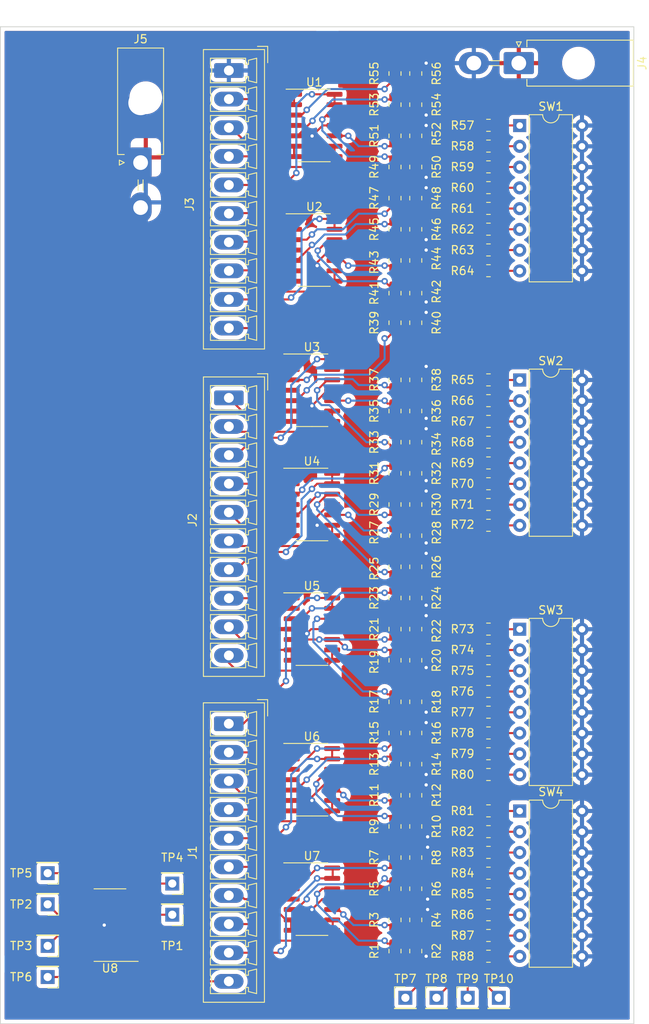
<source format=kicad_pcb>
(kicad_pcb (version 20211014) (generator pcbnew)
  (layers (0 "F.Cu" signal) (31 "B.Cu" signal) (34 "B.Paste" user) (35 "F.Paste" user) (36 "B.SilkS" user "B.Silkscreen") (37 "F.SilkS" user "F.Silkscreen") (38 "B.Mask" user) (39 "F.Mask" user) (44 "Edge.Cuts" user))
  (net 0 "")
  (net 1 "/V20")
  (net 2 "/V21")
  (net 3 "/V22")
  (net 4 "/V23")
  (net 5 "/V24")
  (net 6 "/V25")
  (net 7 "/V26")
  (net 8 "/V27")
  (net 9 "/V28")
  (net 10 "VCC")
  (net 11 "GND")
  (net 12 "/V1")
  (net 13 "/V2")
  (net 14 "/V3")
  (net 15 "/V4")
  (net 16 "/V5")
  (net 17 "/V6")
  (net 18 "/V7")
  (net 19 "/V8")
  (net 20 "/V9")
  (net 21 "/V10")
  (net 22 "/V11")
  (net 23 "/V12")
  (net 24 "/V13")
  (net 25 "/V14")
  (net 26 "/V15")
  (net 27 "/V16")
  (net 28 "/V17")
  (net 29 "/V18")
  (net 30 "/V19")
  (net 31 "Net-(R57-Pad2)")
  (net 32 "Net-(R58-Pad2)")
  (net 33 "Net-(R59-Pad2)")
  (net 34 "Net-(R60-Pad2)")
  (net 35 "Net-(R61-Pad2)")
  (net 36 "Net-(R62-Pad2)")
  (net 37 "Net-(R63-Pad2)")
  (net 38 "Net-(R64-Pad2)")
  (net 39 "+28V")
  (net 40 "Net-(TP1-Pad1)")
  (net 41 "Net-(TP2-Pad1)")
  (net 42 "Net-(TP3-Pad1)")
  (net 43 "Net-(TP4-Pad1)")
  (net 44 "Net-(TP5-Pad1)")
  (net 45 "Net-(TP6-Pad1)")
  (net 46 "/V1o")
  (net 47 "/V2o")
  (net 48 "/V3o")
  (net 49 "/V4o")
  (net 50 "/V5o")
  (net 51 "/V6o")
  (net 52 "/V7o")
  (net 53 "/V8o")
  (net 54 "/V9o")
  (net 55 "/V10o")
  (net 56 "/V11o")
  (net 57 "/V12o")
  (net 58 "/V13o")
  (net 59 "/V14o")
  (net 60 "/V15o")
  (net 61 "/V16o")
  (net 62 "/V17o")
  (net 63 "/V18o")
  (net 64 "/V19o")
  (net 65 "/V20o")
  (net 66 "/V21o")
  (net 67 "/V22o")
  (net 68 "/V23o")
  (net 69 "/V24o")
  (net 70 "/V25o")
  (net 71 "/V26o")
  (net 72 "/V27o")
  (net 73 "/V28o")
  (net 74 "/VCCo")
  (net 75 "Net-(R65-Pad2)")
  (net 76 "Net-(R66-Pad2)")
  (net 77 "Net-(R67-Pad2)")
  (net 78 "Net-(R68-Pad2)")
  (net 79 "Net-(R69-Pad2)")
  (net 80 "Net-(R70-Pad2)")
  (net 81 "Net-(R71-Pad2)")
  (net 82 "Net-(R72-Pad2)")
  (net 83 "Net-(R73-Pad2)")
  (net 84 "Net-(R74-Pad2)")
  (net 85 "Net-(R75-Pad2)")
  (net 86 "Net-(R76-Pad2)")
  (net 87 "Net-(R77-Pad2)")
  (net 88 "Net-(R78-Pad2)")
  (net 89 "Net-(R79-Pad2)")
  (net 90 "Net-(R80-Pad2)")
  (net 91 "Net-(R81-Pad2)")
  (net 92 "Net-(R82-Pad2)")
  (net 93 "Net-(R83-Pad2)")
  (net 94 "Net-(R84-Pad2)")
  (net 95 "Net-(R85-Pad2)")
  (net 96 "Net-(R86-Pad1)")
  (net 97 "Net-(R86-Pad2)")
  (net 98 "Net-(R87-Pad1)")
  (net 99 "Net-(R87-Pad2)")
  (net 100 "Net-(R88-Pad1)")
  (net 101 "Net-(R88-Pad2)")
  (net 102 "Net-(R85-Pad1)")
  (footprint "Resistor_SMD:R_0805_2012Metric" (layer "F.Cu") (at 149.225 123.19 -90)
    (fp_text reference "R15")
    (fp_text value "R")
  )
  (footprint "Resistor_SMD:R_0805_2012Metric" (layer "F.Cu") (at 160.655 137.795)
    (fp_text reference "R83")
    (fp_text value "R")
  )
  (footprint "Package_SO:SO-14_3.9x8.65mm_P1.27mm" (layer "F.Cu") (at 139.3525 64.135)
    (fp_text reference "U2")
    (fp_text value "LM2902")
  )
  (footprint "Connector_Molex:Molex_Mini-Fit_Jr_5569-02A2_2x01_P4.20mm_Horizontal" (layer "F.Cu") (at 118.11 53.44)
    (fp_text reference "J5")
    (fp_text value "Conn_01x02_Female")
  )
  (footprint "Resistor_SMD:R_0805_2012Metric" (layer "F.Cu") (at 151.765 106.68 -90)
    (fp_text reference "R24")
    (fp_text value "R")
  )
  (footprint "Resistor_SMD:R_0805_2012Metric" (layer "F.Cu") (at 160.655 51.42)
    (fp_text reference "R58")
    (fp_text value "R")
  )
  (footprint "Resistor_SMD:R_0805_2012Metric" (layer "F.Cu") (at 160.655 125.73)
    (fp_text reference "R79")
    (fp_text value "R")
  )
  (footprint "Resistor_SMD:R_0805_2012Metric" (layer "F.Cu") (at 149.225 50.165 -90)
    (fp_text reference "R51")
    (fp_text value "R")
  )
  (footprint "Resistor_SMD:R_0805_2012Metric" (layer "F.Cu") (at 151.765 95.25 90)
    (fp_text reference "R30")
    (fp_text value "R")
  )
  (footprint "Connector_PinHeader_2.54mm:PinHeader_1x01_P2.54mm_Vertical" (layer "F.Cu") (at 106.745 144.145 180)
    (fp_text reference "TP2")
    (fp_text value "TestPoint")
  )
  (footprint "Resistor_SMD:R_0805_2012Metric" (layer "F.Cu") (at 149.225 65.405 -90)
    (fp_text reference "R43")
    (fp_text value "R")
  )
  (footprint "Resistor_SMD:R_0805_2012Metric" (layer "F.Cu") (at 160.655 53.96)
    (fp_text reference "R59")
    (fp_text value "R")
  )
  (footprint "Resistor_SMD:R_0805_2012Metric" (layer "F.Cu") (at 160.655 118.11)
    (fp_text reference "R76")
    (fp_text value "R")
  )
  (footprint "Package_SO:SO-14_3.9x8.65mm_P1.27mm" (layer "F.Cu") (at 139.065 128.905)
    (fp_text reference "U6")
    (fp_text value "LM2902")
  )
  (footprint "Connector_Phoenix_MC:PhoenixContact_MCV_1,5_10-G-3.5_1x10_P3.50mm_Vertical" (layer "F.Cu") (at 128.8975 122.0625 -90)
    (fp_text reference "J1")
    (fp_text value "Conn_01x10_Female")
  )
  (footprint "Resistor_SMD:R_0805_2012Metric" (layer "F.Cu") (at 151.765 119.38 -90)
    (fp_text reference "R18")
    (fp_text value "R")
  )
  (footprint "Resistor_SMD:R_0805_2012Metric" (layer "F.Cu") (at 151.765 80.01 90)
    (fp_text reference "R38")
    (fp_text value "R")
  )
  (footprint "Resistor_SMD:R_0805_2012Metric" (layer "F.Cu") (at 151.765 69.405 -90)
    (fp_text reference "R42")
    (fp_text value "R")
  )
  (footprint "Resistor_SMD:R_0805_2012Metric" (layer "F.Cu") (at 149.225 127 90)
    (fp_text reference "R13")
    (fp_text value "R")
  )
  (footprint "Resistor_SMD:R_0805_2012Metric" (layer "F.Cu") (at 160.655 145.415)
    (fp_text reference "R86")
    (fp_text value "R")
  )
  (footprint "Connector_PinHeader_2.54mm:PinHeader_1x01_P2.54mm_Vertical" (layer "F.Cu") (at 158.115 155.575)
    (fp_text reference "TP9")
    (fp_text value "TestPoint")
  )
  (footprint "Resistor_SMD:R_0805_2012Metric" (layer "F.Cu") (at 151.765 110.49 90)
    (fp_text reference "R22")
    (fp_text value "R")
  )
  (footprint "Resistor_SMD:R_0805_2012Metric" (layer "F.Cu") (at 149.225 110.49 -90)
    (fp_text reference "R21")
    (fp_text value "R")
  )
  (footprint "Package_SO:SO-14_3.9x8.65mm_P1.27mm" (layer "F.Cu") (at 139.065 95.25)
    (fp_text reference "U4")
    (fp_text value "LM2902")
  )
  (footprint "Resistor_SMD:R_0805_2012Metric" (layer "F.Cu") (at 160.655 95.25)
    (fp_text reference "R71")
    (fp_text value "R")
  )
  (footprint "Resistor_SMD:R_0805_2012Metric" (layer "F.Cu") (at 151.765 73.025 90)
    (fp_text reference "R40")
    (fp_text value "R")
  )
  (footprint "Connector_PinHeader_2.54mm:PinHeader_1x01_P2.54mm_Vertical" (layer "F.Cu") (at 106.745 149.225 180)
    (fp_text reference "TP3")
    (fp_text value "TestPoint")
  )
  (footprint "Resistor_SMD:R_0805_2012Metric" (layer "F.Cu") (at 149.225 130.81 -90)
    (fp_text reference "R11")
    (fp_text value "R")
  )
  (footprint "Connector_PinHeader_2.54mm:PinHeader_1x01_P2.54mm_Vertical" (layer "F.Cu") (at 106.745 153.035 180)
    (fp_text reference "TP6")
    (fp_text value "TestPoint")
  )
  (footprint "Resistor_SMD:R_0805_2012Metric" (layer "F.Cu") (at 160.655 92.71)
    (fp_text reference "R70")
    (fp_text value "R")
  )
  (footprint "Resistor_SMD:R_0805_2012Metric" (layer "F.Cu") (at 151.765 146.05 90)
    (fp_text reference "R4")
    (fp_text value "R")
  )
  (footprint "Resistor_SMD:R_0805_2012Metric" (layer "F.Cu") (at 160.655 87.63)
    (fp_text reference "R68")
    (fp_text value "R")
  )
  (footprint "Resistor_SMD:R_0805_2012Metric" (layer "F.Cu") (at 160.655 56.5)
    (fp_text reference "R60")
    (fp_text value "R")
  )
  (footprint "Resistor_SMD:R_0805_2012Metric" (layer "F.Cu") (at 151.765 130.81 90)
    (fp_text reference "R12")
    (fp_text value "R")
  )
  (footprint "Resistor_SMD:R_0805_2012Metric" (layer "F.Cu") (at 151.765 46.355 -90)
    (fp_text reference "R54")
    (fp_text value "R")
  )
  (footprint "Resistor_SMD:R_0805_2012Metric" (layer "F.Cu") (at 160.655 123.19)
    (fp_text reference "R78")
    (fp_text value "R")
  )
  (footprint "Connector_Phoenix_MC:PhoenixContact_MCV_1,5_10-G-3.5_1x10_P3.50mm_Vertical" (layer "F.Cu") (at 128.905 82.21 -90)
    (fp_text reference "J2")
    (fp_text value "Conn_01x10_Female")
  )
  (footprint "Resistor_SMD:R_0805_2012Metric" (layer "F.Cu") (at 151.765 87.63 90)
    (fp_text reference "R34")
    (fp_text value "R")
  )
  (footprint "Resistor_SMD:R_0805_2012Metric" (layer "F.Cu") (at 151.765 123.19 90)
    (fp_text reference "R16")
    (fp_text value "R")
  )
  (footprint "Resistor_SMD:R_0805_2012Metric" (layer "F.Cu") (at 149.225 106.68 90)
    (fp_text reference "R23")
    (fp_text value "R")
  )
  (footprint "Resistor_SMD:R_0805_2012Metric" (layer "F.Cu") (at 151.765 142.24 -90)
    (fp_text reference "R6")
    (fp_text value "R")
  )
  (footprint "Resistor_SMD:R_0805_2012Metric" (layer "F.Cu") (at 149.225 102.87 -90)
    (fp_text reference "R25")
    (fp_text value "R")
  )
  (footprint "Resistor_SMD:R_0805_2012Metric" (layer "F.Cu") (at 149.225 73.025 -90)
    (fp_text reference "R39")
    (fp_text value "R")
  )
  (footprint "Connector_PinHeader_2.54mm:PinHeader_1x01_P2.54mm_Vertical" (layer "F.Cu") (at 121.985 141.605 180)
    (fp_text reference "TP4")
    (fp_text value "TestPoint")
  )
  (footprint "Resistor_SMD:R_0805_2012Metric" (layer "F.Cu") (at 149.225 53.975 90)
    (fp_text reference "R49")
    (fp_text value "R")
  )
  (footprint "Resistor_SMD:R_0805_2012Metric" (layer "F.Cu") (at 149.225 142.24 90)
    (fp_text reference "R5")
    (fp_text value "R")
  )
  (footprint "Resistor_SMD:R_0805_2012Metric" (layer "F.Cu") (at 149.225 138.43 -90)
    (fp_text reference "R7")
    (fp_text value "R")
  )
  (footprint "Resistor_SMD:R_0805_2012Metric" (layer "F.Cu") (at 149.225 134.62 90)
    (fp_text reference "R9")
    (fp_text value "R")
  )
  (footprint "Resistor_SMD:R_0805_2012Metric" (layer "F.Cu") (at 149.225 91.44 90)
    (fp_text reference "R31")
    (fp_text value "R")
  )
  (footprint "Resistor_SMD:R_0805_2012Metric" (layer "F.Cu") (at 151.765 91.44 -90)
    (fp_text reference "R32")
    (fp_text value "R")
  )
  (footprint "Resistor_SMD:R_0805_2012Metric" (layer "F.Cu") (at 151.765 50.165 90)
    (fp_text reference "R52")
    (fp_text value "R")
  )
  (footprint "Resistor_SMD:R_0805_2012Metric" (layer "F.Cu") (at 151.765 65.405 90)
    (fp_text reference "R44")
    (fp_text value "R")
  )
  (footprint "Resistor_SMD:R_0805_2012Metric" (layer "F.Cu") (at 149.225 87.63 -90)
    (fp_text reference "R33")
    (fp_text value "R")
  )
  (footprint "Connector_Phoenix_MC:PhoenixContact_MCV_1,5_10-G-3.5_1x10_P3.50mm_Vertical" (layer "F.Cu") (at 128.905 42.175 -90)
    (fp_text reference "J3")
    (fp_text value "Conn_01x10_Female")
  )
  (footprint "Resistor_SMD:R_0805_2012Metric" (layer "F.Cu") (at 160.655 85.09)
    (fp_text reference "R67")
    (fp_text value "R")
  )
  (footprint "Package_SO:SO-14_3.9x8.65mm_P1.27mm" (layer "F.Cu") (at 114.365 146.685 180)
    (fp_text reference "U8")
    (fp_text value "LM2902")
  )
  (footprint "Resistor_SMD:R_0805_2012Metric" (layer "F.Cu") (at 160.655 61.58)
    (fp_text reference "R62")
    (fp_text value "R")
  )
  (footprint "Resistor_SMD:R_0805_2012Metric" (layer "F.Cu") (at 151.765 42.545 90)
    (fp_text reference "R56")
    (fp_text value "R")
  )
  (footprint "Resistor_SMD:R_0805_2012Metric" (layer "F.Cu") (at 149.225 83.82 90)
    (fp_text reference "R35")
    (fp_text value "R")
  )
  (footprint "Resistor_SMD:R_0805_2012Metric" (layer "F.Cu") (at 149.225 99.06 90)
    (fp_text reference "R27")
    (fp_text value "R")
  )
  (footprint "Package_DIP:DIP-16_W7.62mm" (layer "F.Cu") (at 164.475 110.505)
    (fp_text reference "SW3")
    (fp_text value "SW_DIP_x08")
  )
  (footprint "Resistor_SMD:R_0805_2012Metric" (layer "F.Cu") (at 160.655 48.88)
    (fp_text reference "R57")
    (fp_text value "R")
  )
  (footprint "Resistor_SMD:R_0805_2012Metric" (layer "F.Cu") (at 151.765 53.975 -90)
    (fp_text reference "R50")
    (fp_text value "R")
  )
  (footprint "Resistor_SMD:R_0805_2012Metric" (layer "F.Cu") (at 151.765 114.3 -90)
    (fp_text reference "R20")
    (fp_text value "R")
  )
  (footprint "Connector_PinHeader_2.54mm:PinHeader_1x01_P2.54mm_Vertical" (layer "F.Cu") (at 154.305 155.575)
    (fp_text reference "TP8")
    (fp_text value "TestPoint")
  )
  (footprint "Resistor_SMD:R_0805_2012Metric" (layer "F.Cu") (at 160.655 82.55)
    (fp_text reference "R66")
    (fp_text value "R")
  )
  (footprint "Resistor_SMD:R_0805_2012Metric" (layer "F.Cu") (at 160.655 64.12)
    (fp_text reference "R63")
    (fp_text value "R")
  )
  (footprint "Connector_Molex:Molex_Mini-Fit_Jr_5569-02A2_2x01_P4.20mm_Horizontal" (layer "F.Cu") (at 164.365 41.275 -90)
    (fp_text reference "J4")
    (fp_text value "Conn_01x02_Female")
  )
  (footprint "Resistor_SMD:R_0805_2012Metric" (layer "F.Cu") (at 160.655 147.955)
    (fp_text reference "R87")
    (fp_text value "R")
  )
  (footprint "Resistor_SMD:R_0805_2012Metric" (layer "F.Cu") (at 160.655 66.66)
    (fp_text reference "R64")
    (fp_text value "R")
  )
  (footprint "Resistor_SMD:R_0805_2012Metric" (layer "F.Cu") (at 149.225 114.3 90)
    (fp_text reference "R19")
    (fp_text value "R")
  )
  (footprint "Resistor_SMD:R_0805_2012Metric" (layer "F.Cu") (at 160.655 150.495)
    (fp_text reference "R88")
    (fp_text value "R")
  )
  (footprint "Package_DIP:DIP-16_W7.62mm" (layer "F.Cu") (at 164.475 48.91)
    (fp_text reference "SW1")
    (fp_text value "SW_DIP_x08")
  )
  (footprint "Package_DIP:DIP-16_W7.62mm" (layer "F.Cu") (at 164.475 132.73)
    (fp_text reference "SW4")
    (fp_text value "SW_DIP_x08")
  )
  (footprint "Resistor_SMD:R_0805_2012Metric" (layer "F.Cu") (at 160.655 80.01)
    (fp_text reference "R65")
    (fp_text value "R")
  )
  (footprint "Resistor_SMD:R_0805_2012Metric" (layer "F.Cu") (at 151.765 127 -90)
    (fp_text reference "R14")
    (fp_text value "R")
  )
  (footprint "Resistor_SMD:R_0805_2012Metric" (layer "F.Cu") (at 160.655 59.04)
    (fp_text reference "R61")
    (fp_text value "R")
  )
  (footprint "Connector_PinHeader_2.54mm:PinHeader_1x01_P2.54mm_Vertical" (layer "F.Cu") (at 121.985 145.415 180)
    (fp_text reference "TP1")
    (fp_text value "TestPoint")
  )
  (footprint "Resistor_SMD:R_0805_2012Metric" (layer "F.Cu") (at 151.765 83.82 -90)
    (fp_text reference "R36")
    (fp_text value "R")
  )
  (footprint "Resistor_SMD:R_0805_2012Metric" (layer "F.Cu") (at 149.225 80.01 -90)
    (fp_text reference "R37")
    (fp_text value "R")
  )
  (footprint "Resistor_SMD:R_0805_2012Metric" (layer "F.Cu") (at 151.765 99.06 -90)
    (fp_text reference "R28")
    (fp_text value "R")
  )
  (footprint "Resistor_SMD:R_0805_2012Metric" (layer "F.Cu") (at 151.765 57.785 90)
    (fp_text reference "R48")
    (fp_text value "R")
  )
  (footprint "Resistor_SMD:R_0805_2012Metric" (layer "F.Cu") (at 149.225 149.86 90)
    (fp_text reference "R1")
    (fp_text value "R")
  )
  (footprint "Resistor_SMD:R_0805_2012Metric" (layer "F.Cu") (at 160.655 97.79)
    (fp_text reference "R72")
    (fp_text value "R")
  )
  (footprint "Resistor_SMD:R_0805_2012Metric" (layer "F.Cu") (at 149.225 119.38 90)
    (fp_text reference "R17")
    (fp_text value "R")
  )
  (footprint "Resistor_SMD:R_0805_2012Metric" (layer "F.Cu") (at 160.655 142.875)
    (fp_text reference "R85")
    (fp_text value "R")
  )
  (footprint "Resistor_SMD:R_0805_2012Metric" (layer "F.Cu") (at 160.655 132.715)
    (fp_text reference "R81")
    (fp_text value "R")
  )
  (footprint "Resistor_SMD:R_0805_2012Metric" (layer "F.Cu") (at 149.225 42.545 -90)
    (fp_text reference "R55")
    (fp_text value "R")
  )
  (footprint "Resistor_SMD:R_0805_2012Metric" (layer "F.Cu") (at 151.765 102.87 90)
    (fp_text reference "R26")
    (fp_text value "R")
  )
  (footprint "Connector_PinHeader_2.54mm:PinHeader_1x01_P2.54mm_Vertical" (layer "F.Cu") (at 150.495 155.575)
    (fp_text reference "TP7")
    (fp_text value "TestPoint")
  )
  (footprint "Package_DIP:DIP-16_W7.62mm" (layer "F.Cu") (at 164.475 80.025)
    (fp_text reference "SW2")
    (fp_text value "SW_DIP_x08")
  )
  (footprint "Resistor_SMD:R_0805_2012Metric" (layer "F.Cu") (at 160.655 128.27)
    (fp_text reference "R80")
    (fp_text value "R")
  )
  (footprint "Resistor_SMD:R_0805_2012Metric" (layer "F.Cu") (at 151.765 61.595 -90)
    (fp_text reference "R46")
    (fp_text value "R")
  )
  (footprint "Resistor_SMD:R_0805_2012Metric" (layer "F.Cu") (at 160.655 110.49)
    (fp_text reference "R73")
    (fp_text value "R")
  )
  (footprint "Package_SO:SO-14_3.9x8.65mm_P1.27mm" (layer "F.Cu") (at 139.065 81.28)
    (fp_text reference "U3")
    (fp_text value "LM2902")
  )
  (footprint "Resistor_SMD:R_0805_2012Metric" (layer "F.Cu") (at 149.225 46.355 90)
    (fp_text reference "R53")
    (fp_text value "R")
  )
  (footprint "Resistor_SMD:R_0805_2012Metric" (layer "F.Cu") (at 149.225 61.595 90)
    (fp_text reference "R45")
    (fp_text value "R")
  )
  (footprint "Resistor_SMD:R_0805_2012Metric" (layer "F.Cu") (at 160.655 90.17)
    (fp_text reference "R69")
    (fp_text value "R")
  )
  (footprint "Resistor_SMD:R_0805_2012Metric" (layer "F.Cu") (at 160.655 113.03)
    (fp_text reference "R74")
    (fp_text value "R")
  )
  (footprint "Resistor_SMD:R_0805_2012Metric" (layer "F.Cu") (at 149.225 95.25 -90)
    (fp_text reference "R29")
    (fp_text value "R")
  )
  (footprint "Package_SO:SO-14_3.9x8.65mm_P1.27mm" (layer "F.Cu") (at 139.065 110.49)
    (fp_text reference "U5")
    (fp_text value "LM2902")
  )
  (footprint "Package_SO:SO-14_3.9x8.65mm_P1.27mm" (layer "F.Cu") (at 139.065 143.51)
    (fp_text reference "U7")
    (fp_text value "LM2902")
  )
  (footprint "Package_SO:SO-14_3.9x8.65mm_P1.27mm" (layer "F.Cu") (at 139.3525 48.895)
    (fp_text reference "U1")
    (fp_text value "LM2902")
  )
  (footprint "Resistor_SMD:R_0805_2012Metric" (layer "F.Cu") (at 160.655 115.57)
    (fp_text reference "R75")
    (fp_text value "R")
  )
  (footprint "Resistor_SMD:R_0805_2012Metric" (layer "F.Cu") (at 160.655 120.65)
    (fp_text reference "R77")
    (fp_text value "R")
  )
  (footprint "Resistor_SMD:R_0805_2012Metric" (layer "F.Cu") (at 151.765 138.43 90)
    (fp_text reference "R8")
    (fp_text value "R")
  )
  (footprint "Resistor_SMD:R_0805_2012Metric" (layer "F.Cu") (at 149.225 57.785 -90)
    (fp_text reference "R47")
    (fp_text value "R")
  )
  (footprint "Resistor_SMD:R_0805_2012Metric" (layer "F.Cu") (at 149.225 69.405 90)
    (fp_text reference "R41")
    (fp_text value "R")
  )
  (footprint "Resistor_SMD:R_0805_2012Metric" (layer "F.Cu") (at 149.225 146.05 -90)
    (fp_text reference "R3")
    (fp_text value "R")
  )
  (footprint "Connector_PinHeader_2.54mm:PinHeader_1x01_P2.54mm_Vertical" (layer "F.Cu") (at 106.745 140.335 180)
    (fp_text reference "TP5")
    (fp_text value "TestPoint")
  )
  (footprint "Resistor_SMD:R_0805_2012Metric" (layer "F.Cu") (at 151.765 149.86 -90)
    (fp_text reference "R2")
    (fp_text value "R")
  )
  (footprint "Resistor_SMD:R_0805_2012Metric" (layer "F.Cu") (at 160.655 140.335)
    (fp_text reference "R84")
    (fp_text value "R")
  )
  (footprint "Resistor_SMD:R_0805_2012Metric" (layer "F.Cu") (at 160.655 135.255)
    (fp_text reference "R82")
    (fp_text value "R")
  )
  (footprint "Resistor_SMD:R_0805_2012Metric" (layer "F.Cu") (at 151.765 134.62 -90)
    (fp_text reference "R10")
    (fp_text value "R")
  )
  (footprint "Connector_PinHeader_2.54mm:PinHeader_1x01_P2.54mm_Vertical" (layer "F.Cu") (at 161.925 155.575)
    (fp_text reference "TP10")
    (fp_text value "TestPoint")
  )
  (gr_line (start 100.965 158.75) (end 178.435 158.75) (layer "Edge.Cuts") (width 0.1))
  (gr_line (start 100.965 36.83) (end 100.965 158.75) (layer "Edge.Cuts") (width 0.1))
  (gr_line (start 178.435 158.75) (end 178.435 36.83) (layer "Edge.Cuts") (width 0.1))
  (gr_line (start 178.435 36.83) (end 100.965 36.83) (layer "Edge.Cuts") (width 0.1))
  (segment (start 148.3125 118.4675) (end 147.955 118.11) (width 0.25) (layer "F.Cu") (net 1))
  (segment (start 151.765 118.4675) (end 159.385 118.4675) (width 0.25) (layer "F.Cu") (net 1))
  (segment (start 149.225 118.4675) (end 151.765 118.4675) (width 0.25) (layer "F.Cu") (net 1))
  (segment (start 148.9475 118.4675) (end 151.765 118.4675) (width 0.25) (layer "F.Cu") (net 1))
  (segment (start 149.225 118.4675) (end 148.3125 118.4675) (width 0.25) (layer "F.Cu") (net 1))
  (segment (start 159.385 118.4675) (end 159.7425 118.11) (width 0.25) (layer "F.Cu") (net 1))
  (segment (start 139.7 109.22) (end 141.54 109.22) (width 0.25) (layer "F.Cu") (net 1))
  (via (at 139.7 109.22) (size 0.8) (drill 0.4) (layers "F.Cu" "B.Cu") (net 1))
  (via (at 147.955 118.11) (size 0.8) (drill 0.4) (layers "F.Cu" "B.Cu") (net 1))
  (segment (start 139.7 109.22) (end 139.2405 109.6795) (width 0.25) (layer "B.Cu") (net 1))
  (segment (start 139.2405 109.6795) (end 139.2405 112.060305) (width 0.25) (layer "B.Cu") (net 1))
  (segment (start 145.290195 118.11) (end 147.955 118.11) (width 0.25) (layer "B.Cu") (net 1))
  (segment (start 139.2405 112.060305) (end 145.290195 118.11) (width 0.25) (layer "B.Cu") (net 1))
  (segment (start 156.29 124.1025) (end 159.7425 120.65) (width 0.25) (layer "F.Cu") (net 2))
  (segment (start 147.955 125.095) (end 148.2325 125.095) (width 0.25) (layer "F.Cu") (net 2))
  (segment (start 137.16 127.635) (end 139.7 125.095) (width 0.25) (layer "F.Cu") (net 2))
  (segment (start 136.59 127.635) (end 137.16 127.635) (width 0.25) (layer "F.Cu") (net 2))
  (segment (start 149.225 124.1025) (end 151.765 124.1025) (width 0.25) (layer "F.Cu") (net 2))
  (segment (start 151.765 124.1025) (end 156.29 124.1025) (width 0.25) (layer "F.Cu") (net 2))
  (segment (start 148.2325 125.095) (end 149.225 124.1025) (width 0.25) (layer "F.Cu") (net 2))
  (via (at 139.7 125.095) (size 0.8) (drill 0.4) (layers "F.Cu" "B.Cu") (net 2))
  (via (at 147.955 125.095) (size 0.8) (drill 0.4) (layers "F.Cu" "B.Cu") (net 2))
  (segment (start 139.7 125.095) (end 147.955 125.095) (width 0.25) (layer "B.Cu") (net 2))
  (segment (start 151.765 126.0875) (end 156.845 126.0875) (width 0.25) (layer "F.Cu") (net 3))
  (segment (start 137.16 130.175) (end 136.59 130.175) (width 0.25) (layer "F.Cu") (net 3))
  (segment (start 149.225 126.0875) (end 151.765 126.0875) (width 0.25) (layer "F.Cu") (net 3))
  (segment (start 156.845 126.0875) (end 159.7425 123.19) (width 0.25) (layer "F.Cu") (net 3))
  (segment (start 149.225 126.0875) (end 148.2325 126.0875) (width 0.25) (layer "F.Cu") (net 3))
  (segment (start 138.43 128.905) (end 137.16 130.175) (width 0.25) (layer "F.Cu") (net 3))
  (segment (start 148.2325 126.0875) (end 147.955 126.365) (width 0.25) (layer "F.Cu") (net 3))
  (via (at 147.955 126.365) (size 0.8) (drill 0.4) (layers "F.Cu" "B.Cu") (net 3))
  (via (at 138.43 128.905) (size 0.8) (drill 0.4) (layers "F.Cu" "B.Cu") (net 3))
  (segment (start 140.97 126.365) (end 147.955 126.365) (width 0.25) (layer "B.Cu") (net 3))
  (segment (start 138.43 128.905) (end 140.97 126.365) (width 0.25) (layer "B.Cu") (net 3))
  (segment (start 148.9475 131.445) (end 149.225 131.7225) (width 0.25) (layer "F.Cu") (net 4))
  (segment (start 141.54 130.175) (end 142.304619 130.175) (width 0.25) (layer "F.Cu") (net 4))
  (segment (start 142.304619 130.175) (end 142.908121 130.778502) (width 0.25) (layer "F.Cu") (net 4))
  (segment (start 153.75 131.7225) (end 159.7425 125.73) (width 0.25) (layer "F.Cu") (net 4))
  (segment (start 149.225 131.7225) (end 153.67 131.7225) (width 0.25) (layer "F.Cu") (net 4))
  (segment (start 147.955 131.445) (end 148.9475 131.445) (width 0.25) (layer "F.Cu") (net 4))
  (via (at 147.955 131.445) (size 0.8) (drill 0.4) (layers "F.Cu" "B.Cu") (net 4))
  (via (at 142.908121 130.778502) (size 0.8) (drill 0.4) (layers "F.Cu" "B.Cu") (net 4))
  (segment (start 142.908121 130.778502) (end 143.574619 131.445) (width 0.25) (layer "B.Cu") (net 4))
  (segment (start 143.574619 131.445) (end 147.955 131.445) (width 0.25) (layer "B.Cu") (net 4))
  (segment (start 148.8675 133.35) (end 149.225 133.7075) (width 0.25) (layer "F.Cu") (net 5))
  (segment (start 149.225 133.7075) (end 151.765 133.7075) (width 0.25) (layer "F.Cu") (net 5))
  (segment (start 154.305 133.7075) (end 159.7425 128.27) (width 0.25) (layer "F.Cu") (net 5))
  (segment (start 141.163249 127.635) (end 139.601825 129.196424) (width 0.25) (layer "F.Cu") (net 5))
  (segment (start 147.955 133.35) (end 148.8675 133.35) (width 0.25) (layer "F.Cu") (net 5))
  (segment (start 141.54 127.635) (end 141.163249 127.635) (width 0.25) (layer "F.Cu") (net 5))
  (segment (start 139.601825 129.196424) (end 139.601825 129.441825) (width 0.25) (layer "F.Cu") (net 5))
  (segment (start 154.305 133.7075) (end 151.765 133.7075) (width 0.25) (layer "F.Cu") (net 5))
  (via (at 147.955 133.35) (size 0.8) (drill 0.4) (layers "F.Cu" "B.Cu") (net 5))
  (via (at 139.601825 129.441825) (size 0.8) (drill 0.4) (layers "F.Cu" "B.Cu") (net 5))
  (segment (start 142.24 133.35) (end 147.955 133.35) (width 0.25) (layer "B.Cu") (net 5))
  (segment (start 139.601825 130.711825) (end 142.24 133.35) (width 0.25) (layer "B.Cu") (net 5))
  (segment (start 139.601825 129.441825) (end 139.601825 130.711825) (width 0.25) (layer "B.Cu") (net 5))
  (segment (start 148.8675 139.7) (end 149.225 139.3425) (width 0.25) (layer "F.Cu") (net 6))
  (segment (start 147.955 139.7) (end 148.8675 139.7) (width 0.25) (layer "F.Cu") (net 6))
  (segment (start 153.115 139.3425) (end 159.7425 132.715) (width 0.25) (layer "F.Cu") (net 6))
  (segment (start 151.765 139.3425) (end 153.115 139.3425) (width 0.25) (layer "F.Cu") (net 6))
  (segment (start 136.59 142.24) (end 137.16 142.24) (width 0.25) (layer "F.Cu") (net 6))
  (segment (start 137.16 142.24) (end 139.7 139.7) (width 0.25) (layer "F.Cu") (net 6))
  (segment (start 149.225 139.3425) (end 151.765 139.3425) (width 0.25) (layer "F.Cu") (net 6))
  (via (at 147.955 139.7) (size 0.8) (drill 0.4) (layers "F.Cu" "B.Cu") (net 6))
  (via (at 139.7 139.7) (size 0.8) (drill 0.4) (layers "F.Cu" "B.Cu") (net 6))
  (segment (start 139.7 139.7) (end 147.955 139.7) (width 0.25) (layer "B.Cu") (net 6))
  (segment (start 149.225 141.3275) (end 151.765 141.3275) (width 0.25) (layer "F.Cu") (net 7))
  (segment (start 153.67 141.3275) (end 151.765 141.3275) (width 0.25) (layer "F.Cu") (net 7))
  (segment (start 159.7425 135.255) (end 153.67 141.3275) (width 0.25) (layer "F.Cu") (net 7))
  (segment (start 138.43 143.51) (end 137.16 144.78) (width 0.25) (layer "F.Cu") (net 7))
  (segment (start 137.16 144.78) (end 136.59 144.78) (width 0.25) (layer "F.Cu") (net 7))
  (segment (start 149.225 141.3275) (end 148.3125 141.3275) (width 0.25) (layer "F.Cu") (net 7))
  (segment (start 148.3125 141.3275) (end 147.955 140.97) (width 0.25) (layer "F.Cu") (net 7))
  (via (at 147.955 140.97) (size 0.8) (drill 0.4) (layers "F.Cu" "B.Cu") (net 7))
  (via (at 138.43 143.51) (size 0.8) (drill 0.4) (layers "F.Cu" "B.Cu") (net 7))
  (segment (start 147.955 140.97) (end 147.23 141.695) (width 0.25) (layer "B.Cu") (net 7))
  (segment (start 147.23 141.695) (end 139.854695 141.695) (width 0.25) (layer "B.Cu") (net 7))
  (segment (start 138.43 143.119695) (end 138.43 143.51) (width 0.25) (layer "B.Cu") (net 7))
  (segment (start 139.854695 141.695) (end 138.43 143.119695) (width 0.25) (layer "B.Cu") (net 7))
  (segment (start 155.575 143.444055) (end 152.056555 146.9625) (width 0.25) (layer "F.Cu") (net 8))
  (segment (start 142.304619 144.78) (end 141.54 144.78) (width 0.25) (layer "F.Cu") (net 8))
  (segment (start 149.225 146.9625) (end 151.765 146.9625) (width 0.25) (layer "F.Cu") (net 8))
  (segment (start 147.955 146.685) (end 148.9475 146.685) (width 0.25) (layer "F.Cu") (net 8))
  (segment (start 159.7425 137.795) (end 155.575 141.9625) (width 0.25) (layer "F.Cu") (net 8))
  (segment (start 152.056555 146.9625) (end 151.765 146.9625) (width 0.25) (layer "F.Cu") (net 8))
  (segment (start 148.9475 146.685) (end 149.225 146.9625) (width 0.25) (layer "F.Cu") (net 8))
  (segment (start 155.575 141.9625) (end 155.575 143.444055) (width 0.25) (layer "F.Cu") (net 8))
  (segment (start 142.908121 145.383502) (end 142.304619 144.78) (width 0.25) (layer "F.Cu") (net 8))
  (via (at 147.955 146.685) (size 0.8) (drill 0.4) (layers "F.Cu" "B.Cu") (net 8))
  (via (at 142.908121 145.383502) (size 0.8) (drill 0.4) (layers "F.Cu" "B.Cu") (net 8))
  (segment (start 142.908121 145.383502) (end 142.908121 145.448121) (width 0.25) (layer "B.Cu") (net 8))
  (segment (start 144.145 146.685) (end 147.955 146.685) (width 0.25) (layer "B.Cu") (net 8))
  (segment (start 142.908121 145.448121) (end 144.145 146.685) (width 0.25) (layer "B.Cu") (net 8))
  (segment (start 140.335 142.24) (end 139.7 142.875) (width 0.25) (layer "F.Cu") (net 9))
  (segment (start 149.225 148.9475) (end 151.765 148.9475) (width 0.25) (layer "F.Cu") (net 9))
  (segment (start 159.7425 140.97) (end 151.765 148.9475) (width 0.25) (layer "F.Cu") (net 9))
  (segment (start 148.3125 148.9475) (end 149.225 148.9475) (width 0.25) (layer "F.Cu") (net 9))
  (segment (start 141.54 142.24) (end 140.335 142.24) (width 0.25) (layer "F.Cu") (net 9))
  (segment (start 159.7425 140.335) (end 159.7425 140.97) (width 0.25) (layer "F.Cu") (net 9))
  (segment (start 147.955 148.59) (end 148.3125 148.9475) (width 0.25) (layer "F.Cu") (net 9))
  (via (at 147.955 148.59) (size 0.8) (drill 0.4) (layers "F.Cu" "B.Cu") (net 9))
  (via (at 139.7 142.875) (size 0.8) (drill 0.4) (layers "F.Cu" "B.Cu") (net 9))
  (segment (start 147.955 148.59) (end 144.78 148.59) (width 0.25) (layer "B.Cu") (net 9))
  (segment (start 142.24 146.05) (end 141.605 146.05) (width 0.25) (layer "B.Cu") (net 9))
  (segment (start 139.7 144.145) (end 139.7 142.875) (width 0.25) (layer "B.Cu") (net 9))
  (segment (start 141.605 146.05) (end 139.7 144.145) (width 0.25) (layer "B.Cu") (net 9))
  (segment (start 144.78 148.59) (end 142.24 146.05) (width 0.25) (layer "B.Cu") (net 9))
  (segment (start 116.84 147.955) (end 115.57 147.955) (width 0.5) (layer "F.Cu") (net 10))
  (segment (start 115.57 147.955) (end 114.3 149.225) (width 0.5) (layer "F.Cu") (net 10))
  (segment (start 114.3 149.225) (end 114.3 155.575) (width 0.5) (layer "F.Cu") (net 10))
  (segment (start 152.3 109.5775) (end 153.035 108.8425) (width 0.25) (layer "F.Cu") (net 11))
  (segment (start 140.377098 48.895) (end 139.086049 50.186049) (width 0.25) (layer "F.Cu") (net 11))
  (segment (start 152.85625 143.1525) (end 153.21375 143.51) (width 0.5) (layer "F.Cu") (net 11))
  (segment (start 151.765 47.2675) (end 152.6775 47.2675) (width 0.5) (layer "F.Cu") (net 11))
  (segment (start 139.065 83.185) (end 140.97 81.28) (width 0.25) (layer "F.Cu") (net 11))
  (segment (start 141.54 110.49) (end 138.9755 110.49) (width 0.25) (layer "F.Cu") (net 11))
  (segment (start 152.85625 135.5325) (end 153.21375 135.89) (width 0.5) (layer "F.Cu") (net 11))
  (segment (start 153.015 115.2125) (end 153.035 115.1925) (width 0.5) (layer "F.Cu") (net 11))
  (segment (start 141.54 143.51) (end 140.335 143.51) (width 0.25) (layer "F.Cu") (net 11))
  (segment (start 151.765 92.3525) (end 153.015 92.3525) (width 0.5) (layer "F.Cu") (net 11))
  (segment (start 140.97 81.28) (end 141.54 81.28) (width 0.25) (layer "F.Cu") (net 11))
  (segment (start 152.6775 47.2675) (end 153.035 47.625) (width 0.5) (layer "F.Cu") (net 11))
  (segment (start 151.765 49.2525) (end 152.6775 49.2525) (width 0.5) (layer "F.Cu") (net 11))
  (segment (start 151.765 72.1125) (end 151.765 70.3175) (width 0.5) (layer "F.Cu") (net 11))
  (segment (start 152.6775 54.8875) (end 153.035 55.245) (width 0.5) (layer "F.Cu") (net 11))
  (segment (start 139.7 65.645375) (end 141.210375 64.135) (width 0.25) (layer "F.Cu") (net 11))
  (segment (start 151.765 64.4925) (end 152.6775 64.4925) (width 0.5) (layer "F.Cu") (net 11))
  (segment (start 140.335 143.51) (end 139.065 144.78) (width 0.25) (layer "F.Cu") (net 11))
  (segment (start 152.6775 56.8725) (end 153.035 56.515) (width 0.5) (layer "F.Cu") (net 11))
  (segment (start 141.210375 64.135) (end 141.8275 64.135) (width 0.25) (layer "F.Cu") (net 11))
  (segment (start 152.3 79.0975) (end 153.035 78.3625) (width 0.5) (layer "F.Cu") (net 11))
  (segment (start 151.765 109.5775) (end 152.3 109.5775) (width 0.25) (layer "F.Cu") (net 11))
  (segment (start 141.163249 128.905) (end 139.065 131.003249) (width 0.25) (layer "F.Cu") (net 11))
  (segment (start 152.6775 49.2525) (end 153.035 48.895) (width 0.5) (layer "F.Cu") (net 11))
  (segment (start 151.765 62.5075) (end 152.6775 62.5075) (width 0.5) (layer "F.Cu") (net 11))
  (segment (start 151.765 99.9725) (end 153.015 99.9725) (width 0.5) (layer "F.Cu") (net 11))
  (segment (start 151.765 94.3375) (end 152.3 94.3375) (width 0.5) (layer "F.Cu") (net 11))
  (segment (start 151.765 41.6325) (end 152.6775 41.6325) (width 0.5) (layer "F.Cu") (net 11))
  (segment (start 152.85625 145.1375) (end 153.21375 144.78) (width 0.5) (layer "F.Cu") (net 11))
  (segment (start 151.765 99.9725) (end 151.765 101.9575) (width 0.5) (layer "F.Cu") (net 11))
  (segment (start 111.89 146.685) (end 113.665 146.685) (width 0.25) (layer "F.Cu") (net 11))
  (segment (start 151.94375 145.1375) (end 152.85625 145.1375) (width 0.5) (layer "F.Cu") (net 11))
  (segment (start 151.765 84.7325) (end 153.015 84.7325) (width 0.5) (layer "F.Cu") (net 11))
  (segment (start 153.015 99.9725) (end 153.035 99.9525) (width 0.5) (layer "F.Cu") (net 11))
  (segment (start 151.765 122.2775) (end 151.765 120.2925) (width 0.5) (layer "F.Cu") (net 11))
  (segment (start 151.765 129.8975) (end 152.6775 129.8975) (width 0.5) (layer "F.Cu") (net 11))
  (segment (start 152.85625 137.5175) (end 153.21375 137.16) (width 0.5) (layer "F.Cu") (net 11))
  (segment (start 152.6775 72.1125) (end 153.035 71.755) (width 0.5) (layer "F.Cu") (net 11))
  (segment (start 151.765 120.2925) (end 152.6775 120.2925) (width 0.5) (layer "F.Cu") (net 11))
  (segment (start 139.7 96.713249) (end 141.163249 95.25) (width 0.25) (layer "F.Cu") (net 11))
  (segment (start 151.94375 137.5175) (end 152.85625 137.5175) (width 0.5) (layer "F.Cu") (net 11))
  (segment (start 152.8675 70.3175) (end 153.035 70.485) (width 0.25) (layer "F.Cu") (net 11))
  (segment (start 151.765 150.8525) (end 152.6775 150.8525) (width 0.5) (layer "F.Cu") (net 11))
  (segment (start 151.765 49.2525) (end 151.765 47.2675) (width 0.5) (layer "F.Cu") (net 11))
  (segment (start 139.7 97.79) (end 139.7 96.713249) (width 0.25) (layer "F.Cu") (net 11))
  (segment (start 152.6775 62.5075) (end 153.035 62.865) (width 0.5) (layer "F.Cu") (net 11))
  (segment (start 151.765 86.7175) (end 152.3 86.7175) (width 0.5) (layer "F.Cu") (net 11))
  (segment (start 151.765 115.2125) (end 153.015 115.2125) (width 0.5) (layer "F.Cu") (net 11))
  (segment (start 141.163249 95.25) (end 141.54 95.25) (width 0.25) (layer "F.Cu") (net 11))
  (segment (start 152.6775 64.4925) (end 153.035 64.135) (width 0.5) (layer "F.Cu") (net 11))
  (segment (start 151.94375 143.1525) (end 152.85625 143.1525) (width 0.5) (layer "F.Cu") (net 11))
  (segment (start 151.765 101.9575) (end 152.3 101.9575) (width 0.25) (layer "F.Cu") (net 11))
  (segment (start 138.9755 110.49) (end 138.43 111.0355) (width 0.25) (layer "F.Cu") (net 11))
  (segment (start 151.94375 135.5325) (end 152.85625 135.5325) (width 0.5) (layer "F.Cu") (net 11))
  (segment (start 151.765 122.2775) (end 152.6775 122.2775) (width 0.5) (layer "F.Cu") (net 11))
  (segment (start 152.3 86.7175) (end 153.035 85.9825) (width 0.5) (layer "F.Cu") (net 11))
  (segment (start 152.3 94.3375) (end 153.035 93.6025) (width 0.5) (layer "F.Cu") (net 11))
  (segment (start 151.765 64.4925) (end 151.765 62.5075) (width 0.5) (layer "F.Cu") (net 11))
  (segment (start 152.6775 127.9125) (end 153.035 128.27) (width 0.5) (layer "F.Cu") (net 11))
  (segment (start 151.765 54.8875) (end 151.765 56.8725) (width 0.5) (layer "F.Cu") (net 11))
  (segment (start 139.065 131.003249) (end 139.065 131.445) (width 0.25) (layer "F.Cu") (net 11))
  (segment (start 141.54 128.905) (end 141.163249 128.905) (width 0.25) (layer "F.Cu") (net 11))
  (segment (start 153.015 107.5925) (end 153.035 107.5725) (width 0.25) (layer "F.Cu") (net 11))
  (segment (start 139.7 66.04) (end 139.7 65.645375) (width 0.25) (layer "F.Cu") (net 11))
  (segment (start 153.015 92.3525) (end 153.035 92.3325) (width 0.5) (layer "F.Cu") (net 11))
  (segment (start 151.765 86.7175) (end 151.765 84.7325) (width 0.5) (layer "F.Cu") (net 11))
  (segment (start 151.765 54.8875) (end 152.6775 54.8875) (width 0.5) (layer "F.Cu") (net 11))
  (segment (start 141.8275 48.895) (end 140.377098 48.895) (width 0.25) (layer "F.Cu") (net 11))
  (segment (start 151.765 127.9125) (end 152.6775 127.9125) (width 0.5) (layer "F.Cu") (net 11))
  (segment (start 152.3 101.9575) (end 153.035 101.2225) (width 0.25) (layer "F.Cu") (net 11))
  (segment (start 151.765 92.3525) (end 151.765 94.3375) (width 0.5) (layer "F.Cu") (net 11))
  (segment (start 152.6775 150.8525) (end 153.035 150.495) (width 0.5) (layer "F.Cu") (net 11))
  (segment (start 151.765 56.8725) (end 152.6775 56.8725) (width 0.5) (layer "F.Cu") (net 11))
  (segment (start 152.6775 122.2775) (end 153.035 121.92) (width 0.5) (layer "F.Cu") (net 11))
  (segment (start 151.765 107.5925) (end 153.015 107.5925) (width 0.25) (layer "F.Cu") (net 11))
  (segment (start 151.765 129.8975) (end 151.765 127.9125) (width 0.5) (layer "F.Cu") (net 11))
  (segment (start 153.015 84.7325) (end 153.035 84.7125) (width 0.5) (layer "F.Cu") (net 11))
  (segment (start 152.6775 120.2925) (end 153.035 120.65) (width 0.5) (layer "F.Cu") (net 11))
  (segment (start 151.765 79.0975) (end 152.3 79.0975) (width 0.5) (layer "F.Cu") (net 11))
  (segment (start 151.765 70.3175) (end 152.8675 70.3175) (width 0.5) (layer "F.Cu") (net 11))
  (segment (start 152.6775 41.6325) (end 153.035 41.275) (width 0.5) (layer "F.Cu") (net 11))
  (segment (start 152.6775 129.8975) (end 153.035 129.54) (width 0.5) (layer "F.Cu") (net 11))
  (segment (start 151.765 72.1125) (end 152.6775 72.1125) (width 0.5) (layer "F.Cu") (net 11))
  (via (at 138.43 111.0355) (size 0.8) (drill 0.4) (layers "F.Cu" "B.Cu") (net 11))
  (via (at 153.035 120.65) (size 0.8) (drill 0.4) (layers "F.Cu" "B.Cu") (net 11))
  (via (at 153.035 55.245) (size 0.8) (drill 0.4) (layers "F.Cu" "B.Cu") (net 11))
  (via (at 113.665 146.685) (size 0.8) (drill 0.4) (layers "F.Cu" "B.Cu") (net 11))
  (via (at 139.086049 50.186049) (size 0.8) (drill 0.4) (layers "F.Cu" "B.Cu") (net 11))
  (via (at 153.035 150.495) (size 0.8) (drill 0.4) (layers "F.Cu" "B.Cu") (net 11))
  (via (at 153.035 64.135) (size 0.8) (drill 0.4) (layers "F.Cu" "B.Cu") (net 11))
  (via (at 153.21375 135.89) (size 0.8) (drill 0.4) (layers "F.Cu" "B.Cu") (net 11))
  (via (at 153.035 70.485) (size 0.8) (drill 0.4) (layers "F.Cu" "B.Cu") (net 11))
  (via (at 153.035 115.1925) (size 0.8) (drill 0.4) (layers "F.Cu" "B.Cu") (net 11))
  (via (at 139.065 131.445) (size 0.8) (drill 0.4) (layers "F.Cu" "B.Cu") (net 11))
  (via (at 139.7 66.04) (size 0.8) (drill 0.4) (layers "F.Cu" "B.Cu") (net 11))
  (via (at 153.035 84.7125) (size 0.8) (drill 0.4) (layers "F.Cu" "B.Cu") (net 11))
  (via (at 139.065 83.185) (size 0.8) (drill 0.4) (layers "F.Cu" "B.Cu") (net 11))
  (via (at 153.035 62.865) (size 0.8) (drill 0.4) (layers "F.Cu" "B.Cu") (net 11))
  (via (at 153.035 41.275) (size 0.8) (drill 0.4) (layers "F.Cu" "B.Cu") (net 11))
  (via (at 153.035 85.9825) (size 0.8) (drill 0.4) (layers "F.Cu" "B.Cu") (net 11))
  (via (at 153.035 48.895) (size 0.8) (drill 0.4) (layers "F.Cu" "B.Cu") (net 11))
  (via (at 153.035 56.515) (size 0.8) (drill 0.4) (layers "F.Cu" "B.Cu") (net 11))
  (via (at 153.035 121.92) (size 0.8) (drill 0.4) (layers "F.Cu" "B.Cu") (net 11))
  (via (at 139.065 144.78) (size 0.8) (drill 0.4) (layers "F.Cu" "B.Cu") (net 11))
  (via (at 153.035 47.625) (size 0.8) (drill 0.4) (layers "F.Cu" "B.Cu") (net 11))
  (via (at 153.035 108.8425) (size 0.8) (drill 0.4) (layers "F.Cu" "B.Cu") (net 11))
  (via (at 153.035 128.27) (size 0.8) (drill 0.4) (layers "F.Cu" "B.Cu") (net 11))
  (via (at 153.035 99.9525) (size 0.8) (drill 0.4) (layers "F.Cu" "B.Cu") (net 11))
  (via (at 153.035 101.2225) (size 0.8) (drill 0.4) (layers "F.Cu" "B.Cu") (net 11))
  (via (at 153.035 107.5725) (size 0.8) (drill 0.4) (layers "F.Cu" "B.Cu") (net 11))
  (via (at 139.7 97.79) (size 0.8) (drill 0.4) (layers "F.Cu" "B.Cu") (net 11))
  (via (at 153.035 78.3625) (size 0.8) (drill 0.4) (layers "F.Cu" "B.Cu") (net 11))
  (via (at 153.035 71.755) (size 0.8) (drill 0.4) (layers "F.Cu" "B.Cu") (net 11))
  (via (at 153.21375 143.51) (size 0.8) (drill 0.4) (layers "F.Cu" "B.Cu") (net 11))
  (via (at 153.21375 144.78) (size 0.8) (drill 0.4) (layers "F.Cu" "B.Cu") (net 11))
  (via (at 153.035 93.6025) (size 0.8) (drill 0.4) (layers "F.Cu" "B.Cu") (net 11))
  (via (at 153.035 129.54) (size 0.8) (drill 0.4) (layers "F.Cu" "B.Cu") (net 11))
  (via (at 153.035 92.3325) (size 0.8) (drill 0.4) (layers "F.Cu" "B.Cu") (net 11))
  (via (at 153.21375 137.16) (size 0.8) (drill 0.4) (layers "F.Cu" "B.Cu") (net 11))
  (segment (start 147.955 44.45) (end 147.955 44.38) (width 0.25) (layer "F.Cu") (net 12))
  (segment (start 151.765 43.4575) (end 149.225 43.4575) (width 0.25) (layer "F.Cu") (net 12))
  (segment (start 159.7425 48.88) (end 157.7525 48.88) (width 0.25) (layer "F.Cu") (net 12))
  (segment (start 137.795 47.625) (end 138.43 46.99) (width 0.25) (layer "F.Cu") (net 12))
  (segment (start 157.7525 48.88) (end 152.33 43.4575) (width 0.25) (layer "F.Cu") (net 12))
  (segment (start 136.8775 47.625) (end 137.795 47.625) (width 0.25) (layer "F.Cu") (net 12))
  (segment (start 147.955 44.38) (end 148.8775 43.4575) (width 0.25) (layer "F.Cu") (net 12))
  (via (at 138.43 46.99) (size 0.8) (drill 0.4) (layers "F.Cu" "B.Cu") (net 12))
  (via (at 147.955 44.45) (size 0.8) (drill 0.4) (layers "F.Cu" "B.Cu") (net 12))
  (segment (start 147.955 44.45) (end 140.97 44.45) (width 0.25) (layer "B.Cu") (net 12))
  (segment (start 140.97 44.45) (end 138.43 46.99) (width 0.25) (layer "B.Cu") (net 12))
  (segment (start 152.7575 45.4425) (end 158.735 51.42) (width 0.25) (layer "F.Cu") (net 13))
  (segment (start 151.775 45.4425) (end 152.7575 45.4425) (width 0.25) (layer "F.Cu") (net 13))
  (segment (start 149.225 45.4425) (end 151.765 45.4425) (width 0.25) (layer "F.Cu") (net 13))
  (segment (start 158.735 51.42) (end 159.7425 51.42) (width 0.25) (layer "F.Cu") (net 13))
  (segment (start 139.136755 48.331755) (end 137.30351 50.165) (width 0.25) (layer "F.Cu") (net 13))
  (segment (start 137.30351 50.165) (end 136.8775 50.165) (width 0.25) (layer "F.Cu") (net 13))
  (segment (start 147.955 45.72) (end 148.9475 45.72) (width 0.25) (layer "F.Cu") (net 13))
  (segment (start 148.9475 45.72) (end 149.225 45.4425) (width 0.25) (layer "F.Cu") (net 13))
  (via (at 139.136755 48.331755) (size 0.8) (drill 0.4) (layers "F.Cu" "B.Cu") (net 13))
  (via (at 147.955 45.72) (size 0.8) (drill 0.4) (layers "F.Cu" "B.Cu") (net 13))
  (segment (start 139.136755 48.188245) (end 141.605 45.72) (width 0.25) (layer "B.Cu") (net 13))
  (segment (start 141.605 45.72) (end 147.955 45.72) (width 0.25) (layer "B.Cu") (net 13))
  (segment (start 139.136755 48.331755) (end 139.136755 48.188245) (width 0.25) (layer "B.Cu") (net 13))
  (segment (start 148.8675 51.435) (end 149.225 51.0775) (width 0.25) (layer "F.Cu") (net 14))
  (segment (start 157.7525 53.96) (end 154.87 51.0775) (width 0.25) (layer "F.Cu") (net 14))
  (segment (start 157.7525 53.96) (end 159.7425 53.96) (width 0.25) (layer "F.Cu") (net 14))
  (segment (start 149.225 51.0775) (end 154.86 51.0775) (width 0.25) (layer "F.Cu") (net 14))
  (segment (start 147.955 51.435) (end 148.8675 51.435) (width 0.25) (layer "F.Cu") (net 14))
  (segment (start 143.51 50.165) (end 141.8275 50.165) (width 0.25) (layer "F.Cu") (net 14))
  (via (at 143.51 50.165) (size 0.8) (drill 0.4) (layers "F.Cu" "B.Cu") (net 14))
  (via (at 147.955 51.435) (size 0.8) (drill 0.4) (layers "F.Cu" "B.Cu") (net 14))
  (segment (start 144.78 51.435) (end 147.955 51.435) (width 0.25) (layer "B.Cu") (net 14))
  (segment (start 143.51 50.165) (end 144.78 51.435) (width 0.25) (layer "B.Cu") (net 14))
  (segment (start 140.876258 47.625) (end 141.8275 47.625) (width 0.25) (layer "F.Cu") (net 15))
  (segment (start 149.225 53.0625) (end 153.3925 53.0625) (width 0.25) (layer "F.Cu") (net 15))
  (segment (start 153.3925 53.0625) (end 156.83 56.5) (width 0.25) (layer "F.Cu") (net 15))
  (segment (start 156.83 56.5) (end 159.7425 56.5) (width 0.25) (layer "F.Cu") (net 15))
  (segment (start 140.329172 48.172086) (end 140.876258 47.625) (width 0.25) (layer "F.Cu") (net 15))
  (segment (start 148.8675 52.705) (end 149.225 53.0625) (width 0.25) (layer "F.Cu") (net 15))
  (segment (start 147.955 52.705) (end 148.8675 52.705) (width 0.25) (layer "F.Cu") (net 15))
  (via (at 147.955 52.705) (size 0.8) (drill 0.4) (layers "F.Cu" "B.Cu") (net 15))
  (via (at 140.329172 48.172086) (size 0.8) (drill 0.4) (layers "F.Cu" "B.Cu") (net 15))
  (segment (start 140.329172 48.172086) (end 140.329172 49.524172) (width 0.25) (layer "B.Cu") (net 15))
  (segment (start 140.329172 49.524172) (end 143.51 52.705) (width 0.25) (layer "B.Cu") (net 15))
  (segment (start 143.51 52.705) (end 147.955 52.705) (width 0.25) (layer "B.Cu") (net 15))
  (segment (start 148.9475 58.6975) (end 147.955 59.69) (width 0.25) (layer "F.Cu") (net 16))
  (segment (start 152.1075 59.04) (end 151.765 58.6975) (width 0.25) (layer "F.Cu") (net 16))
  (segment (start 138.43 62.865) (end 139.065 62.23) (width 0.25) (layer "F.Cu") (net 16))
  (segment (start 151.765 58.6975) (end 149.225 58.6975) (width 0.25) (layer "F.Cu") (net 16))
  (segment (start 149.225 58.6975) (end 148.9475 58.6975) (width 0.25) (layer "F.Cu") (net 16))
  (segment (start 136.8775 62.865) (end 138.43 62.865) (width 0.25) (layer "F.Cu") (net 16))
  (segment (start 159.7425 59.04) (end 152.1075 59.04) (width 0.25) (layer "F.Cu") (net 16))
  (via (at 139.065 62.23) (size 0.8) (drill 0.4) (layers "F.Cu" "B.Cu") (net 16))
  (via (at 147.955 59.69) (size 0.8) (drill 0.4) (layers "F.Cu" "B.Cu") (net 16))
  (segment (start 139.065 62.23) (end 139.7 61.595) (width 0.25) (layer "B.Cu") (net 16))
  (segment (start 139.7 61.595) (end 142.875 61.595) (width 0.25) (layer "B.Cu") (net 16))
  (segment (start 144.78 59.69) (end 147.955 59.69) (width 0.25) (layer "B.Cu") (net 16))
  (segment (start 142.875 61.595) (end 144.78 59.69) (width 0.25) (layer "B.Cu") (net 16))
  (segment (start 139.065 63.594251) (end 137.254251 65.405) (width 0.25) (layer "F.Cu") (net 17))
  (segment (start 149.225 60.6825) (end 151.765 60.6825) (width 0.25) (layer "F.Cu") (net 17))
  (segment (start 139.065 63.5) (end 139.065 63.594251) (width 0.25) (layer "F.Cu") (net 17))
  (segment (start 137.254251 65.405) (end 136.8775 65.405) (width 0.25) (layer "F.Cu") (net 17))
  (segment (start 147.955 60.96) (end 148.9475 60.96) (width 0.25) (layer "F.Cu") (net 17))
  (segment (start 150.1475 60.6825) (end 158.845 60.6825) (width 0.25) (layer "F.Cu") (net 17))
  (segment (start 148.9475 60.96) (end 149.225 60.6825) (width 0.25) (layer "F.Cu") (net 17))
  (segment (start 158.845 60.6825) (end 159.7425 61.58) (width 0.25) (layer "F.Cu") (net 17))
  (via (at 139.065 63.5) (size 0.8) (drill 0.4) (layers "F.Cu" "B.Cu") (net 17))
  (via (at 147.955 60.96) (size 0.8) (drill 0.4) (layers "F.Cu" "B.Cu") (net 17))
  (segment (start 144.4325 60.96) (end 147.955 60.96) (width 0.25) (layer "B.Cu") (net 17))
  (segment (start 139.065 63.5) (end 139.335497 63.5) (width 0.25) (layer "B.Cu") (net 17))
  (segment (start 143.1625 62.23) (end 144.4325 60.96) (width 0.25) (layer "B.Cu") (net 17))
  (segment (start 140.605497 62.23) (end 143.1625 62.23) (width 0.25) (layer "B.Cu") (net 17))
  (segment (start 139.335497 63.5) (end 140.605497 62.23) (width 0.25) (layer "B.Cu") (net 17))
  (segment (start 157.7825 64.12) (end 155.585 66.3175) (width 0.25) (layer "F.Cu") (net 18))
  (segment (start 155.575 66.3175) (end 148.8775 66.3175) (width 0.25) (layer "F.Cu") (net 18))
  (segment (start 141.8275 65.405) (end 142.875 65.405) (width 0.25) (layer "F.Cu") (net 18))
  (segment (start 142.875 65.405) (end 143.51 66.04) (width 0.25) (layer "F.Cu") (net 18))
  (segment (start 148.9475 66.04) (end 149.225 66.3175) (width 0.25) (layer "F.Cu") (net 18))
  (segment (start 159.7425 64.12) (end 157.7825 64.12) (width 0.25) (layer "F.Cu") (net 18))
  (segment (start 147.955 66.04) (end 148.9475 66.04) (width 0.25) (layer "F.Cu") (net 18))
  (via (at 143.51 66.04) (size 0.8) (drill 0.4) (layers "F.Cu" "B.Cu") (net 18))
  (via (at 147.955 66.04) (size 0.8) (drill 0.4) (layers "F.Cu" "B.Cu") (net 18))
  (segment (start 143.51 66.04) (end 147.955 66.04) (width 0.25) (layer "B.Cu") (net 18))
  (segment (start 157.91 68.4925) (end 159.7425 66.66) (width 0.25) (layer "F.Cu") (net 19))
  (segment (start 147.955 67.945) (end 148.5025 68.4925) (width 0.25) (layer "F.Cu") (net 19))
  (segment (start 141.11351 62.865) (end 141.8275 62.865) (width 0.25) (layer "F.Cu") (net 19))
  (segment (start 139.771755 64.206755) (end 141.11351 62.865) (width 0.25) (layer "F.Cu") (net 19))
  (segment (start 148.5025 68.4925) (end 149.225 68.4925) (width 0.25) (layer "F.Cu") (net 19))
  (segment (start 157.91 68.4925) (end 149.225 68.4925) (width 0.25) (layer "F.Cu") (net 19))
  (via (at 139.771755 64.206755) (size 0.8) (drill 0.4) (layers "F.Cu" "B.Cu") (net 19))
  (via (at 147.955 67.945) (size 0.8) (drill 0.4) (layers "F.Cu" "B.Cu") (net 19))
  (segment (start 139.771755 64.206755) (end 139.771755 64.841755) (width 0.25) (layer "B.Cu") (net 19))
  (segment (start 142.875 67.945) (end 147.955 67.945) (width 0.25) (layer "B.Cu") (net 19))
  (segment (start 139.771755 64.841755) (end 142.875 67.945) (width 0.25) (layer "B.Cu") (net 19))
  (segment (start 151.765 73.9375) (end 153.67 73.9375) (width 0.25) (layer "F.Cu") (net 20))
  (segment (start 147.955 74.93) (end 148.2325 74.93) (width 0.25) (layer "F.Cu") (net 20))
  (segment (start 153.67 73.9375) (end 159.7425 80.01) (width 0.25) (layer "F.Cu") (net 20))
  (segment (start 148.2325 74.93) (end 149.225 73.9375) (width 0.25) (layer "F.Cu") (net 20))
  (segment (start 136.59 80.01) (end 138.43 80.01) (width 0.25) (layer "F.Cu") (net 20))
  (segment (start 149.225 73.9375) (end 151.765 73.9375) (width 0.25) (layer "F.Cu") (net 20))
  (via (at 138.43 80.01) (size 0.8) (drill 0.4) (layers "F.Cu" "B.Cu") (net 20))
  (via (at 147.955 74.93) (size 0.8) (drill 0.4) (layers "F.Cu" "B.Cu") (net 20))
  (segment (start 147.955 77.47) (end 147.955 74.93) (width 0.25) (layer "B.Cu") (net 20))
  (segment (start 138.43 80.01) (end 139.065 79.375) (width 0.25) (layer "B.Cu") (net 20))
  (segment (start 139.065 79.375) (end 146.05 79.375) (width 0.25) (layer "B.Cu") (net 20))
  (segment (start 146.05 79.375) (end 147.955 77.47) (width 0.25) (layer "B.Cu") (net 20))
  (segment (start 148.2325 80.9225) (end 151.765 80.9225) (width 0.25) (layer "F.Cu") (net 21))
  (segment (start 138.43 81.28) (end 137.16 82.55) (width 0.25) (layer "F.Cu") (net 21))
  (segment (start 151.765 80.9225) (end 158.115 80.9225) (width 0.25) (layer "F.Cu") (net 21))
  (segment (start 158.115 80.9225) (end 159.7425 82.55) (width 0.25) (layer "F.Cu") (net 21))
  (segment (start 147.955 80.645) (end 148.2325 80.9225) (width 0.25) (layer "F.Cu") (net 21))
  (segment (start 137.16 82.55) (end 136.59 82.55) (width 0.25) (layer "F.Cu") (net 21))
  (via (at 147.955 80.645) (size 0.8) (drill 0.4) (layers "F.Cu" "B.Cu") (net 21))
  (via (at 138.43 81.28) (size 0.8) (drill 0.4) (layers "F.Cu" "B.Cu") (net 21))
  (segment (start 144.78 80.645) (end 147.955 80.645) (width 0.25) (layer "B.Cu") (net 21))
  (segment (start 144.055 79.92) (end 144.78 80.645) (width 0.25) (layer "B.Cu") (net 21))
  (segment (start 139.79 79.92) (end 144.055 79.92) (width 0.25) (layer "B.Cu") (net 21))
  (segment (start 138.43 81.28) (end 139.79 79.92) (width 0.25) (layer "B.Cu") (net 21))
  (segment (start 143.51 82.55) (end 141.54 82.55) (width 0.25) (layer "F.Cu") (net 22))
  (segment (start 157.56 82.9075) (end 159.7425 85.09) (width 0.25) (layer "F.Cu") (net 22))
  (segment (start 149.225 82.9075) (end 151.765 82.9075) (width 0.25) (layer "F.Cu") (net 22))
  (segment (start 151.765 82.9075) (end 157.56 82.9075) (width 0.25) (layer "F.Cu") (net 22))
  (segment (start 149.225 82.9075) (end 148.3125 82.9075) (width 0.25) (layer "F.Cu") (net 22))
  (segment (start 148.3125 82.9075) (end 147.955 82.55) (width 0.25) (layer "F.Cu") (net 22))
  (via (at 143.51 82.55) (size 0.8) (drill 0.4) (layers "F.Cu" "B.Cu") (net 22))
  (via (at 147.955 82.55) (size 0.8) (drill 0.4) (layers "F.Cu" "B.Cu") (net 22))
  (segment (start 143.51 82.55) (end 147.955 82.55) (width 0.25) (layer "B.Cu") (net 22))
  (segment (start 139.7 81.28) (end 140.97 80.01) (width 0.25) (layer "F.Cu") (net 23))
  (segment (start 158.83 88.5425) (end 159.7425 87.63) (width 0.25) (layer "F.Cu") (net 23))
  (segment (start 148.3125 87.63) (end 149.225 88.5425) (width 0.25) (layer "F.Cu") (net 23))
  (segment (start 149.225 88.5425) (end 151.765 88.5425) (width 0.25) (layer "F.Cu") (net 23))
  (segment (start 151.765 88.5425) (end 158.83 88.5425) (width 0.25) (layer "F.Cu") (net 23))
  (segment (start 147.955 87.63) (end 148.3125 87.63) (width 0.25) (layer "F.Cu") (net 23))
  (segment (start 140.97 80.01) (end 141.54 80.01) (width 0.25) (layer "F.Cu") (net 23))
  (via (at 147.955 87.63) (size 0.8) (drill 0.4) (layers "F.Cu" "B.Cu") (net 23))
  (via (at 139.7 81.28) (size 0.8) (drill 0.4) (layers "F.Cu" "B.Cu") (net 23))
  (segment (start 139.7 82.55) (end 140.245 83.095) (width 0.25) (layer "B.Cu") (net 23))
  (segment (start 141.1975 83.095) (end 145.7325 87.63) (width 0.25) (layer "B.Cu") (net 23))
  (segment (start 139.7 81.28) (end 139.7 82.55) (width 0.25) (layer "B.Cu") (net 23))
  (segment (start 145.7325 87.63) (end 147.955 87.63) (width 0.25) (layer "B.Cu") (net 23))
  (segment (start 140.245 83.095) (end 141.1975 83.095) (width 0.25) (layer "B.Cu") (net 23))
  (segment (start 151.765 90.5275) (end 159.385 90.5275) (width 0.25) (layer "F.Cu") (net 24))
  (segment (start 159.385 90.5275) (end 159.7425 90.17) (width 0.25) (layer "F.Cu") (net 24))
  (segment (start 148.2325 90.5275) (end 149.225 90.5275) (width 0.25) (layer "F.Cu") (net 24))
  (segment (start 149.225 90.5275) (end 151.765 90.5275) (width 0.25) (layer "F.Cu") (net 24))
  (segment (start 147.955 90.805) (end 148.2325 90.5275) (width 0.25) (layer "F.Cu") (net 24))
  (segment (start 137.347231 93.98) (end 137.877252 93.449979) (width 0.25) (layer "F.Cu") (net 24))
  (segment (start 136.59 93.98) (end 137.347231 93.98) (width 0.25) (layer "F.Cu") (net 24))
  (via (at 147.955 90.805) (size 0.8) (drill 0.4) (layers "F.Cu" "B.Cu") (net 24))
  (via (at 137.877252 93.449979) (size 0.8) (drill 0.4) (layers "F.Cu" "B.Cu") (net 24))
  (segment (start 139.065 92.075) (end 137.877252 93.262748) (width 0.25) (layer "B.Cu") (net 24))
  (segment (start 139.065 92.075) (end 146.685 92.075) (width 0.25) (layer "B.Cu") (net 24))
  (segment (start 137.877252 93.262748) (end 137.877252 93.449979) (width 0.25) (layer "B.Cu") (net 24))
  (segment (start 147.955 90.805) (end 146.685 92.075) (width 0.25) (layer "B.Cu") (net 24))
  (segment (start 148.8675 96.52) (end 149.225 96.1625) (width 0.25) (layer "F.Cu") (net 25))
  (segment (start 136.59 96.52) (end 137.30351 96.52) (width 0.25) (layer "F.Cu") (net 25))
  (segment (start 151.765 96.1625) (end 156.29 96.1625) (width 0.25) (layer "F.Cu") (net 25))
  (segment (start 156.29 96.1625) (end 159.7425 92.71) (width 0.25) (layer "F.Cu") (net 25))
  (segment (start 137.30351 96.52) (end 139.771755 94.051755) (width 0.25) (layer "F.Cu") (net 25))
  (segment (start 147.955 96.52) (end 148.8675 96.52) (width 0.25) (layer "F.Cu") (net 25))
  (segment (start 149.225 96.1625) (end 151.765 96.1625) (width 0.25) (layer "F.Cu") (net 25))
  (via (at 139.771755 94.051755) (size 0.8) (drill 0.4) (layers "F.Cu" "B.Cu") (net 25))
  (via (at 147.955 96.52) (size 0.8) (drill 0.4) (layers "F.Cu" "B.Cu") (net 25))
  (segment (start 147.955 96.52) (end 144.78 96.52) (width 0.25) (layer "B.Cu") (net 25))
  (segment (start 144.78 96.52) (end 142.118502 93.858502) (width 0.25) (layer "B.Cu") (net 25))
  (segment (start 139.965008 93.858502) (end 139.771755 94.051755) (width 0.25) (layer "B.Cu") (net 25))
  (segment (start 142.118502 93.858502) (end 139.965008 93.858502) (width 0.25) (layer "B.Cu") (net 25))
  (segment (start 156.845 98.1475) (end 151.765 98.1475) (width 0.25) (layer "F.Cu") (net 26))
  (segment (start 149.225 98.1475) (end 148.2325 98.1475) (width 0.25) (layer "F.Cu") (net 26))
  (segment (start 148.2325 98.1475) (end 147.955 98.425) (width 0.25) (layer "F.Cu") (net 26))
  (segment (start 143.51 96.52) (end 141.54 96.52) (width 0.25) (layer "F.Cu") (net 26))
  (segment (start 159.7425 95.25) (end 156.845 98.1475) (width 0.25) (layer "F.Cu") (net 26))
  (segment (start 149.225 98.1475) (end 151.765 98.1475) (width 0.25) (layer "F.Cu") (net 26))
  (via (at 147.955 98.425) (size 0.8) (drill 0.4) (layers "F.Cu" "B.Cu") (net 26))
  (via (at 143.51 96.52) (size 0.8) (drill 0.4) (layers "F.Cu" "B.Cu") (net 26))
  (segment (start 145.415 98.425) (end 147.955 98.425) (width 0.25) (layer "B.Cu") (net 26))
  (segment (start 143.51 96.52) (end 145.415 98.425) (width 0.25) (layer "B.Cu") (net 26))
  (segment (start 147.955 103.505) (end 148.9475 103.505) (width 0.25) (layer "F.Cu") (net 27))
  (segment (start 148.9475 103.505) (end 149.225 103.7825) (width 0.25) (layer "F.Cu") (net 27))
  (segment (start 149.225 103.7825) (end 151.765 103.7825) (width 0.25) (layer "F.Cu") (net 27))
  (segment (start 151.765 103.7825) (end 152.7575 103.7825) (width 0.25) (layer "F.Cu") (net 27))
  (segment (start 158.75 97.79) (end 159.7425 97.79) (width 0.25) (layer "F.Cu") (net 27))
  (segment (start 139.7 95.25) (end 140.97 93.98) (width 0.25) (layer "F.Cu") (net 27))
  (segment (start 152.7575 103.7825) (end 158.75 97.79) (width 0.25) (layer "F.Cu") (net 27))
  (segment (start 140.97 93.98) (end 141.54 93.98) (width 0.25) (layer "F.Cu") (net 27))
  (via (at 139.7 95.25) (size 0.8) (drill 0.4) (layers "F.Cu" "B.Cu") (net 27))
  (via (at 147.955 103.505) (size 0.8) (drill 0.4) (layers "F.Cu" "B.Cu") (net 27))
  (segment (start 139.7 95.25) (end 139.7 95.885) (width 0.25) (layer "B.Cu") (net 27))
  (segment (start 147.32 103.505) (end 147.955 103.505) (width 0.25) (layer "B.Cu") (net 27))
  (segment (start 139.7 95.885) (end 147.32 103.505) (width 0.25) (layer "B.Cu") (net 27))
  (segment (start 155.02 105.7675) (end 159.7425 110.49) (width 0.25) (layer "F.Cu") (net 28))
  (segment (start 151.765 105.7675) (end 155.02 105.7675) (width 0.25) (layer "F.Cu") (net 28))
  (segment (start 136.59 109.22) (end 137.795 109.22) (width 0.25) (layer "F.Cu") (net 28))
  (segment (start 137.795 109.22) (end 139.065 107.95) (width 0.25) (layer "F.Cu") (net 28))
  (segment (start 147.955 106.045) (end 148.9475 106.045) (width 0.25) (layer "F.Cu") (net 28))
  (segment (start 149.225 105.7675) (end 151.765 105.7675) (width 0.25) (layer "F.Cu") (net 28))
  (segment (start 148.9475 106.045) (end 149.225 105.7675) (width 0.25) (layer "F.Cu") (net 28))
  (via (at 147.955 106.045) (size 0.8) (drill 0.4) (layers "F.Cu" "B.Cu") (net 28))
  (via (at 139.065 107.95) (size 0.8) (drill 0.4) (layers "F.Cu" "B.Cu") (net 28))
  (segment (start 142.630305 106.045) (end 147.955 106.045) (width 0.25) (layer "B.Cu") (net 28))
  (segment (start 139.065 107.95) (end 140.725305 107.95) (width 0.25) (layer "B.Cu") (net 28))
  (segment (start 140.725305 107.95) (end 142.630305 106.045) (width 0.25) (layer "B.Cu") (net 28))
  (segment (start 158.115 111.4025) (end 159.7425 113.03) (width 0.25) (layer "F.Cu") (net 29))
  (segment (start 149.225 111.4025) (end 151.765 111.4025) (width 0.25) (layer "F.Cu") (net 29))
  (segment (start 148.8675 111.76) (end 149.225 111.4025) (width 0.25) (layer "F.Cu") (net 29))
  (segment (start 147.955 111.76) (end 148.8675 111.76) (width 0.25) (layer "F.Cu") (net 29))
  (segment (start 136.59 111.76) (end 139.9655 111.76) (width 0.25) (layer "F.Cu") (net 29))
  (segment (start 151.765 111.4025) (end 158.115 111.4025) (width 0.25) (layer "F.Cu") (net 29))
  (via (at 147.955 111.76) (size 0.8) (drill 0.4) (layers "F.Cu" "B.Cu") (net 29))
  (via (at 139.9655 111.76) (size 0.8) (drill 0.4) (layers "F.Cu" "B.Cu") (net 29))
  (segment (start 139.9655 111.76) (end 147.955 111.76) (width 0.25) (layer "B.Cu") (net 29))
  (segment (start 147.955 113.03) (end 148.8675 113.03) (width 0.25) (layer "F.Cu") (net 30))
  (segment (start 149.225 113.3875) (end 151.765 113.3875) (width 0.25) (layer "F.Cu") (net 30))
  (segment (start 157.56 113.3875) (end 159.7425 115.57) (width 0.25) (layer "F.Cu") (net 30))
  (segment (start 141.54 111.76) (end 142.16158 111.76) (width 0.25) (layer "F.Cu") (net 30))
  (segment (start 151.765 113.3875) (end 157.56 113.3875) (width 0.25) (layer "F.Cu") (net 30))
  (segment (start 148.8675 113.03) (end 149.225 113.3875) (width 0.25) (layer "F.Cu") (net 30))
  (segment (start 142.16158 111.76) (end 143.089458 112.687878) (width 0.25) (layer "F.Cu") (net 30))
  (via (at 143.089458 112.687878) (size 0.8) (drill 0.4) (layers "F.Cu" "B.Cu") (net 30))
  (via (at 147.955 113.03) (size 0.8) (drill 0.4) (layers "F.Cu" "B.Cu") (net 30))
  (segment (start 143.089458 112.687878) (end 143.43158 113.03) (width 0.25) (layer "B.Cu") (net 30))
  (segment (start 143.43158 113.03) (end 147.955 113.03) (width 0.25) (layer "B.Cu") (net 30))
  (segment (start 161.5675 48.88) (end 161.5825 48.895) (width 0.25) (layer "F.Cu") (net 31))
  (segment (start 161.5825 48.895) (end 164.1175 48.895) (width 0.25) (layer "F.Cu") (net 31))
  (segment (start 161.5675 51.42) (end 161.5825 51.435) (width 0.25) (layer "F.Cu") (net 32))
  (segment (start 161.5825 51.435) (end 164.1175 51.435) (width 0.25) (layer "F.Cu") (net 32))
  (segment (start 161.5675 53.96) (end 161.5825 53.975) (width 0.25) (layer "F.Cu") (net 33))
  (segment (start 161.5825 53.975) (end 164.1175 53.975) (width 0.25) (layer "F.Cu") (net 33))
  (segment (start 161.5825 56.515) (end 164.1175 56.515) (width 0.25) (layer "F.Cu") (net 34))
  (segment (start 161.5675 56.5) (end 161.5825 56.515) (width 0.25) (layer "F.Cu") (net 34))
  (segment (start 161.5675 59.04) (end 161.5825 59.055) (width 0.25) (layer "F.Cu") (net 35))
  (segment (start 161.5825 59.055) (end 164.1175 59.055) (width 0.25) (layer "F.Cu") (net 35))
  (segment (start 161.5675 61.58) (end 161.5825 61.595) (width 0.25) (layer "F.Cu") (net 36))
  (segment (start 161.5825 61.595) (end 164.1175 61.595) (width 0.25) (layer "F.Cu") (net 36))
  (segment (start 161.5675 64.12) (end 161.5825 64.135) (width 0.25) (layer "F.Cu") (net 37))
  (segment (start 161.5825 64.135) (end 164.1175 64.135) (width 0.25) (layer "F.Cu") (net 37))
  (segment (start 161.5825 66.675) (end 164.1175 66.675) (width 0.25) (layer "F.Cu") (net 38))
  (segment (start 161.5675 66.66) (end 161.5825 66.675) (width 0.25) (layer "F.Cu") (net 38))
  (segment (start 121.985 145.415) (end 116.84 145.415) (width 0.25) (layer "F.Cu") (net 40))
  (segment (start 111.89 145.415) (end 108.015 145.415) (width 0.25) (layer "F.Cu") (net 41))
  (segment (start 108.015 145.415) (end 106.745 144.145) (width 0.25) (layer "F.Cu") (net 41))
  (segment (start 111.89 147.955) (end 108.015 147.955) (width 0.25) (layer "F.Cu") (net 42))
  (segment (start 108.015 147.955) (end 106.745 149.225) (width 0.25) (layer "F.Cu") (net 42))
  (segment (start 116.84 142.875) (end 116.84 144.145) (width 0.25) (layer "F.Cu") (net 43))
  (segment (start 118.11 141.605) (end 121.985 141.605) (width 0.25) (layer "F.Cu") (net 43))
  (segment (start 116.84 142.875) (end 118.11 141.605) (width 0.25) (layer "F.Cu") (net 43))
  (segment (start 111.89 142.875) (end 109.35 140.335) (width 0.25) (layer "F.Cu") (net 44))
  (segment (start 109.35 140.335) (end 106.745 140.335) (width 0.25) (layer "F.Cu") (net 44))
  (segment (start 111.89 142.875) (end 111.89 144.145) (width 0.25) (layer "F.Cu") (net 44))
  (segment (start 111.89 150.495) (end 109.35 153.035) (width 0.25) (layer "F.Cu") (net 45))
  (segment (start 111.89 149.225) (end 111.89 150.495) (width 0.25) (layer "F.Cu") (net 45))
  (segment (start 109.35 153.035) (end 106.745 153.035) (width 0.25) (layer "F.Cu") (net 45))
  (segment (start 136.1975 45.675) (end 136.8775 46.355) (width 0.25) (layer "F.Cu") (net 46))
  (segment (start 129.1925 45.675) (end 136.1975 45.675) (width 0.25) (layer "F.Cu") (net 46))
  (segment (start 136.8775 45.085) (end 136.8775 46.355) (width 0.25) (layer "F.Cu") (net 46))
  (segment (start 136.8775 51.435) (end 136.8775 52.705) (width 0.25) (layer "F.Cu") (net 47))
  (segment (start 131.4525 51.435) (end 136.8775 51.435) (width 0.25) (layer "F.Cu") (net 47))
  (segment (start 129.1925 49.175) (end 131.4525 51.435) (width 0.25) (layer "F.Cu") (net 47))
  (segment (start 129.1925 52.675) (end 133.6075 52.675) (width 0.25) (layer "F.Cu") (net 48))
  (segment (start 134.9075 53.975) (end 140.5575 53.975) (width 0.25) (layer "F.Cu") (net 48))
  (segment (start 141.8275 51.435) (end 141.8275 52.705) (width 0.25) (layer "F.Cu") (net 48))
  (segment (start 133.6075 52.675) (end 134.9075 53.975) (width 0.25) (layer "F.Cu") (net 48))
  (segment (start 140.5575 53.975) (end 141.8275 52.705) (width 0.25) (layer "F.Cu") (net 48))
  (segment (start 139.065 45.085) (end 141.8275 45.085) (width 0.25) (layer "F.Cu") (net 49))
  (segment (start 141.8275 45.085) (end 141.8275 46.355) (width 0.25) (layer "F.Cu") (net 49))
  (segment (start 135.6845 56.175) (end 129.1925 56.175) (width 0.25) (layer "F.Cu") (net 49))
  (segment (start 137.16 54.6995) (end 135.6845 56.175) (width 0.25) (layer "F.Cu") (net 49))
  (via (at 137.16 54.6995) (size 0.8) (drill 0.4) (layers "F.Cu" "B.Cu") (net 49))
  (via (at 139.065 45.085) (size 0.8) (drill 0.4) (layers "F.Cu" "B.Cu") (net 49))
  (segment (start 137.16 46.355) (end 138.43 45.085) (width 0.25) (layer "B.Cu") (net 49))
  (segment (start 137.16 54.6995) (end 137.16 46.355) (width 0.25) (layer "B.Cu") (net 49))
  (segment (start 138.43 45.085) (end 139.065 45.085) (width 0.25) (layer "B.Cu") (net 49))
  (segment (start 136.1675 59.615) (end 136.8775 60.325) (width 0.25) (layer "F.Cu") (net 50))
  (segment (start 136.8775 60.325) (end 136.8775 61.595) (width 0.25) (layer "F.Cu") (net 50))
  (segment (start 129.1925 59.675) (end 129.2525 59.615) (width 0.25) (layer "F.Cu") (net 50))
  (segment (start 129.2525 59.615) (end 136.1675 59.615) (width 0.25) (layer "F.Cu") (net 50))
  (segment (start 136.8125 67.945) (end 136.8775 67.945) (width 0.25) (layer "F.Cu") (net 51))
  (segment (start 129.2525 63.115) (end 131.9825 63.115) (width 0.25) (layer "F.Cu") (net 51))
  (segment (start 131.9825 63.115) (end 135.5425 66.675) (width 0.25) (layer "F.Cu") (net 51))
  (segment (start 136.8775 67.88) (end 136.8125 67.945) (width 0.25) (layer "F.Cu") (net 51))
  (segment (start 129.1925 63.175) (end 129.2525 63.115) (width 0.25) (layer "F.Cu") (net 51))
  (segment (start 135.5425 66.675) (end 136.8775 66.675) (width 0.25) (layer "F.Cu") (net 51))
  (segment (start 136.8775 66.675) (end 136.8775 67.88) (width 0.25) (layer "F.Cu") (net 51))
  (segment (start 140.5575 69.215) (end 141.8275 67.945) (width 0.25) (layer "F.Cu") (net 52))
  (segment (start 129.2525 66.615) (end 132.9425 66.615) (width 0.25) (layer "F.Cu") (net 52))
  (segment (start 129.1925 66.675) (end 129.2525 66.615) (width 0.25) (layer "F.Cu") (net 52))
  (segment (start 141.8275 66.675) (end 141.8275 67.88) (width 0.25) (layer "F.Cu") (net 52))
  (segment (start 132.9425 66.615) (end 135.5425 69.215) (width 0.25) (layer "F.Cu") (net 52))
  (segment (start 135.5425 69.215) (end 140.5575 69.215) (width 0.25) (layer "F.Cu") (net 52))
  (segment (start 141.8275 67.88) (end 141.8925 67.945) (width 0.25) (layer "F.Cu") (net 52))
  (segment (start 141.8925 67.945) (end 141.8275 67.945) (width 0.25) (layer "F.Cu") (net 52))
  (segment (start 136.2895 70.175) (end 128.905 70.175) (width 0.25) (layer "F.Cu") (net 53))
  (segment (start 139.9875 60.325) (end 141.8275 60.325) (width 0.25) (layer "F.Cu") (net 53))
  (segment (start 141.8275 61.595) (end 141.8275 60.325) (width 0.25) (layer "F.Cu") (net 53))
  (segment (start 136.525 69.9395) (end 136.2895 70.175) (width 0.25) (layer "F.Cu") (net 53))
  (via (at 139.9875 60.325) (size 0.8) (drill 0.4) (layers "F.Cu" "B.Cu") (net 53))
  (via (at 136.525 69.9395) (size 0.8) (drill 0.4) (layers "F.Cu" "B.Cu") (net 53))
  (segment (start 137.795 68.6695) (end 136.525 69.9395) (width 0.25) (layer "B.Cu") (net 53))
  (segment (start 139.9875 60.325) (end 139.3525 60.325) (width 0.25) (layer "B.Cu") (net 53))
  (segment (start 139.3525 60.325) (end 137.795 61.8825) (width 0.25) (layer "B.Cu") (net 53))
  (segment (start 137.795 61.8825) (end 137.795 68.6695) (width 0.25) (layer "B.Cu") (net 53))
  (segment (start 136.59 77.47) (end 136.59 78.74) (width 0.25) (layer "F.Cu") (net 54))
  (segment (start 132.795 73.675) (end 136.59 77.47) (width 0.25) (layer "F.Cu") (net 54))
  (segment (start 128.905 73.675) (end 132.795 73.675) (width 0.25) (layer "F.Cu") (net 54))
  (segment (start 130.515 83.82) (end 136.59 83.82) (width 0.25) (layer "F.Cu") (net 55))
  (segment (start 136.59 85.09) (end 136.59 83.82) (width 0.25) (layer "F.Cu") (net 55))
  (segment (start 128.905 82.21) (end 130.515 83.82) (width 0.25) (layer "F.Cu") (net 55))
  (segment (start 141.54 83.82) (end 141.54 85.09) (width 0.25) (layer "F.Cu") (net 56))
  (segment (start 128.905 85.71) (end 129.555 86.36) (width 0.25) (layer "F.Cu") (net 56))
  (segment (start 140.27 86.36) (end 141.54 85.09) (width 0.25) (layer "F.Cu") (net 56))
  (segment (start 129.555 86.36) (end 140.27 86.36) (width 0.25) (layer "F.Cu") (net 56))
  (segment (start 141.54 77.47) (end 141.54 78.74) (width 0.25) (layer "F.Cu") (net 57))
  (segment (start 131.9905 87.0845) (end 129.865 89.21) (width 0.25) (layer "F.Cu") (net 57))
  (segment (start 129.865 89.21) (end 128.905 89.21) (width 0.25) (layer "F.Cu") (net 57))
  (segment (start 139.7 77.47) (end 141.54 77.47) (width 0.25) (layer "F.Cu") (net 57))
  (segment (start 135.255 87.0845) (end 131.9905 87.0845) (width 0.25) (layer "F.Cu") (net 57))
  (via (at 139.7 77.47) (size 0.8) (drill 0.4) (layers "F.Cu" "B.Cu") (net 57))
  (via (at 135.255 87.0845) (size 0.8) (drill 0.4) (layers "F.Cu" "B.Cu") (net 57))
  (segment (start 136.525 85.8145) (end 136.525 80.645) (width 0.25) (layer "B.Cu") (net 57))
  (segment (start 135.255 87.0845) (end 136.525 85.8145) (width 0.25) (layer "B.Cu") (net 57))
  (segment (start 136.525 80.645) (end 139.7 77.47) (width 0.25) (layer "B.Cu") (net 57))
  (segment (start 128.905 92.71) (end 136.59 92.71) (width 0.25) (layer "F.Cu") (net 58))
  (segment (start 136.59 91.44) (end 136.59 92.71) (width 0.25) (layer "F.Cu") (net 58))
  (segment (start 128.905 96.21) (end 130.485 97.79) (width 0.25) (layer "F.Cu") (net 59))
  (segment (start 130.485 97.79) (end 136.59 97.79) (width 0.25) (layer "F.Cu") (net 59))
  (segment (start 136.59 97.79) (end 136.59 99.06) (width 0.25) (layer "F.Cu") (net 59))
  (segment (start 140.27 100.33) (end 141.54 99.06) (width 0.25) (layer "F.Cu") (net 60))
  (segment (start 141.54 97.79) (end 141.54 99.06) (width 0.25) (layer "F.Cu") (net 60))
  (segment (start 128.905 99.71) (end 129.525 100.33) (width 0.25) (layer "F.Cu") (net 60))
  (segment (start 129.525 100.33) (end 140.27 100.33) (width 0.25) (layer "F.Cu") (net 60))
  (segment (start 131.9905 101.0545) (end 129.835 103.21) (width 0.25) (layer "F.Cu") (net 61))
  (segment (start 129.835 103.21) (end 128.905 103.21) (width 0.25) (layer "F.Cu") (net 61))
  (segment (start 135.89 101.0545) (end 131.9905 101.0545) (width 0.25) (layer "F.Cu") (net 61))
  (segment (start 139.7 92.71) (end 141.54 92.71) (width 0.25) (layer "F.Cu") (net 61))
  (segment (start 139.065 93.345) (end 139.7 92.71) (width 0.25) (layer "F.Cu") (net 61))
  (segment (start 141.54 91.44) (end 141.54 92.71) (width 0.25) (layer "F.Cu") (net 61))
  (via (at 135.89 101.0545) (size 0.8) (drill 0.4) (layers "F.Cu" "B.Cu") (net 61))
  (via (at 139.065 93.345) (size 0.8) (drill 0.4) (layers "F.Cu" "B.Cu") (net 61))
  (segment (start 137.795 94.615) (end 139.065 93.345) (width 0.25) (layer "B.Cu") (net 61))
  (segment (start 135.89 101.0545) (end 135.89 100.965) (width 0.25) (layer "B.Cu") (net 61))
  (segment (start 137.795 99.06) (end 137.795 94.615) (width 0.25) (layer "B.Cu") (net 61))
  (segment (start 135.89 100.965) (end 137.795 99.06) (width 0.25) (layer "B.Cu") (net 61))
  (segment (start 136.56 106.71) (end 136.59 106.68) (width 0.25) (layer "F.Cu") (net 62))
  (segment (start 128.905 106.71) (end 136.56 106.71) (width 0.25) (layer "F.Cu") (net 62))
  (segment (start 136.59 106.68) (end 136.59 107.95) (width 0.25) (layer "F.Cu") (net 62))
  (segment (start 128.905 110.21) (end 131.725 113.03) (width 0.25) (layer "F.Cu") (net 63))
  (segment (start 131.725 113.03) (end 136.59 113.03) (width 0.25) (layer "F.Cu") (net 63))
  (segment (start 136.59 114.3) (end 136.59 113.03) (width 0.25) (layer "F.Cu") (net 63))
  (segment (start 140.335 115.57) (end 141.54 114.365) (width 0.25) (layer "F.Cu") (net 64))
  (segment (start 141.54 114.365) (end 141.54 114.3) (width 0.25) (layer "F.Cu") (net 64))
  (segment (start 128.905 114.61) (end 129.865 115.57) (width 0.25) (layer "F.Cu") (net 64))
  (segment (start 129.865 115.57) (end 140.335 115.57) (width 0.25) (layer "F.Cu") (net 64))
  (segment (start 141.54 113.03) (end 141.54 114.3) (width 0.25) (layer "F.Cu") (net 64))
  (segment (start 128.905 113.71) (end 128.905 114.61) (width 0.25) (layer "F.Cu") (net 64))
  (segment (start 141.54 106.68) (end 141.54 107.95) (width 0.25) (layer "F.Cu") (net 65))
  (segment (start 135.89 116.84) (end 130.6675 122.0625) (width 0.25) (layer "F.Cu") (net 65))
  (segment (start 130.6675 122.0625) (end 128.8975 122.0625) (width 0.25) (layer "F.Cu") (net 65))
  (segment (start 139.7 106.68) (end 141.54 106.68) (width 0.25) (layer "F.Cu") (net 65))
  (via (at 139.7 106.68) (size 0.8) (drill 0.4) (layers "F.Cu" "B.Cu") (net 65))
  (via (at 135.89 116.84) (size 0.8) (drill 0.4) (layers "F.Cu" "B.Cu") (net 65))
  (segment (start 135.89 109.22) (end 135.89 116.84) (width 0.25) (layer "B.Cu") (net 65))
  (segment (start 138.43 106.68) (end 135.89 109.22) (width 0.25) (layer "B.Cu") (net 65))
  (segment (start 139.7 106.68) (end 138.43 106.68) (width 0.25) (layer "B.Cu") (net 65))
  (segment (start 128.8975 125.5625) (end 132.8825 125.5625) (width 0.25) (layer "F.Cu") (net 66))
  (segment (start 133.35 125.095) (end 136.59 125.095) (width 0.25) (layer "F.Cu") (net 66))
  (segment (start 136.59 125.095) (end 136.59 126.365) (width 0.25) (layer "F.Cu") (net 66))
  (segment (start 132.8825 125.5625) (end 133.35 125.095) (width 0.25) (layer "F.Cu") (net 66))
  (segment (start 131.28 131.445) (end 136.59 131.445) (width 0.25) (layer "F.Cu") (net 67))
  (segment (start 136.59 131.445) (end 136.59 132.715) (width 0.25) (layer "F.Cu") (net 67))
  (segment (start 128.8975 129.0625) (end 131.28 131.445) (width 0.25) (layer "F.Cu") (net 67))
  (segment (start 133.8325 132.5625) (end 135.255 133.985) (width 0.25) (layer "F.Cu") (net 68))
  (segment (start 140.27 133.985) (end 141.54 132.715) (width 0.25) (layer "F.Cu") (net 68))
  (segment (start 141.54 131.445) (end 141.54 132.715) (width 0.25) (layer "F.Cu") (net 68))
  (segment (start 128.8975 132.5625) (end 133.8325 132.5625) (width 0.25) (layer "F.Cu") (net 68))
  (segment (start 135.255 133.985) (end 140.27 133.985) (width 0.25) (layer "F.Cu") (net 68))
  (segment (start 128.8975 136.0625) (end 134.537 136.0625) (width 0.25) (layer "F.Cu") (net 69))
  (segment (start 134.537 136.0625) (end 135.89 134.7095) (width 0.25) (layer "F.Cu") (net 69))
  (segment (start 141.54 125.095) (end 141.54 126.365) (width 0.25) (layer "F.Cu") (net 69))
  (segment (start 139.7 126.365) (end 141.54 126.365) (width 0.25) (layer "F.Cu") (net 69))
  (via (at 139.7 126.365) (size 0.8) (drill 0.4) (layers "F.Cu" "B.Cu") (net 69))
  (via (at 135.89 134.7095) (size 0.8) (drill 0.4) (layers "F.Cu" "B.Cu") (net 69))
  (segment (start 138.43 126.365) (end 139.7 126.365) (width 0.25) (layer "B.Cu") (net 69))
  (segment (start 136.525 134.0745) (end 136.525 128.27) (width 0.25) (layer "B.Cu") (net 69))
  (segment (start 135.89 134.7095) (end 136.525 134.0745) (width 0.25) (layer "B.Cu") (net 69))
  (segment (start 136.525 128.27) (end 138.43 126.365) (width 0.25) (layer "B.Cu") (net 69))
  (segment (start 136.59 139.7) (end 136.59 140.97) (width 0.25) (layer "F.Cu") (net 70))
  (segment (start 128.8975 139.5625) (end 136.4525 139.5625) (width 0.25) (layer "F.Cu") (net 70))
  (segment (start 136.4525 139.5625) (end 136.59 139.7) (width 0.25) (layer "F.Cu") (net 70))
  (segment (start 133.35 143.51) (end 135.89 146.05) (width 0.25) (layer "F.Cu") (net 71))
  (segment (start 130.81 143.51) (end 133.35 143.51) (width 0.25) (layer "F.Cu") (net 71))
  (segment (start 128.8975 143.0625) (end 130.3625 143.0625) (width 0.25) (layer "F.Cu") (net 71))
  (segment (start 135.89 146.05) (end 136.59 146.05) (width 0.25) (layer "F.Cu") (net 71))
  (segment (start 136.525 146.05) (end 136.525 147.32) (width 0.25) (layer "F.Cu") (net 71))
  (segment (start 130.3625 143.0625) (end 130.81 143.51) (width 0.25) (layer "F.Cu") (net 71))
  (segment (start 133.2275 146.5625) (end 135.255 148.59) (width 0.25) (layer "F.Cu") (net 72))
  (segment (start 141.605 147.32) (end 141.605 146.05) (width 0.25) (layer "F.Cu") (net 72))
  (segment (start 128.8975 146.5625) (end 133.2275 146.5625) (width 0.25) (layer "F.Cu") (net 72))
  (segment (start 135.255 148.59) (end 140.27 148.59) (width 0.25) (layer "F.Cu") (net 72))
  (segment (start 140.27 148.59) (end 141.54 147.32) (width 0.25) (layer "F.Cu") (net 72))
  (segment (start 135.255 149.86) (end 135.0525 150.0625) (width 0.25) (layer "F.Cu") (net 73))
  (segment (start 139.7 140.97) (end 141.54 140.97) (width 0.25) (layer "F.Cu") (net 73))
  (segment (start 135.0525 150.0625) (end 128.8975 150.0625) (width 0.25) (layer "F.Cu") (net 73))
  (segment (start 141.605 140.97) (end 141.605 139.7) (width 0.25) (layer "F.Cu") (net 73))
  (via (at 135.255 149.86) (size 0.8) (drill 0.4) (layers "F.Cu" "B.Cu") (net 73))
  (via (at 139.7 140.97) (size 0.8) (drill 0.4) (layers "F.Cu" "B.Cu") (net 73))
  (segment (start 135.89 149.225) (end 135.89 144.78) (width 0.25) (layer "B.Cu") (net 73))
  (segment (start 135.255 149.86) (end 135.89 149.225) (width 0.25) (layer "B.Cu") (net 73))
  (segment (start 135.89 144.78) (end 139.7 140.97) (width 0.25) (layer "B.Cu") (net 73))
  (segment (start 119.9075 153.5625) (end 128.8975 153.5625) (width 0.25) (layer "F.Cu") (net 74))
  (segment (start 116.84 150.495) (end 116.84 149.225) (width 0.25) (layer "F.Cu") (net 74))
  (segment (start 116.84 150.495) (end 119.9075 153.5625) (width 0.25) (layer "F.Cu") (net 74))
  (segment (start 161.5825 80.025) (end 164.475 80.025) (width 0.25) (layer "F.Cu") (net 75))
  (segment (start 161.5675 80.01) (end 161.5825 80.025) (width 0.25) (layer "F.Cu") (net 75))
  (segment (start 161.5675 82.55) (end 161.5825 82.565) (width 0.25) (layer "F.Cu") (net 76))
  (segment (start 161.5825 82.565) (end 164.475 82.565) (width 0.25) (layer "F.Cu") (net 76))
  (segment (start 161.5675 85.09) (end 161.5825 85.105) (width 0.25) (layer "F.Cu") (net 77))
  (segment (start 161.5825 85.105) (end 164.475 85.105) (width 0.25) (layer "F.Cu") (net 77))
  (segment (start 161.5675 87.63) (end 161.5825 87.645) (width 0.25) (layer "F.Cu") (net 78))
  (segment (start 161.5825 87.645) (end 164.475 87.645) (width 0.25) (layer "F.Cu") (net 78))
  (segment (start 161.5675 90.17) (end 161.5825 90.185) (width 0.25) (layer "F.Cu") (net 79))
  (segment (start 161.5825 90.185) (end 164.475 90.185) (width 0.25) (layer "F.Cu") (net 79))
  (segment (start 161.5675 92.71) (end 161.5825 92.725) (width 0.25) (layer "F.Cu") (net 80))
  (segment (start 161.5825 92.725) (end 164.475 92.725) (width 0.25) (layer "F.Cu") (net 80))
  (segment (start 161.5825 95.265) (end 164.475 95.265) (width 0.25) (layer "F.Cu") (net 81))
  (segment (start 161.5675 95.25) (end 161.5825 95.265) (width 0.25) (layer "F.Cu") (net 81))
  (segment (start 161.5675 97.79) (end 161.5825 97.805) (width 0.25) (layer "F.Cu") (net 82))
  (segment (start 161.5825 97.805) (end 164.475 97.805) (width 0.25) (layer "F.Cu") (net 82))
  (segment (start 161.5675 110.49) (end 161.5825 110.505) (width 0.25) (layer "F.Cu") (net 83))
  (segment (start 161.5825 110.505) (end 164.475 110.505) (width 0.25) (layer "F.Cu") (net 83))
  (segment (start 161.5675 113.03) (end 161.5825 113.045) (width 0.25) (layer "F.Cu") (net 84))
  (segment (start 161.5825 113.045) (end 164.475 113.045) (width 0.25) (layer "F.Cu") (net 84))
  (segment (start 161.5675 115.57) (end 161.5825 115.585) (width 0.25) (layer "F.Cu") (net 85))
  (segment (start 161.5825 115.585) (end 164.475 115.585) (width 0.25) (layer "F.Cu") (net 85))
  (segment (start 161.5825 118.125) (end 164.475 118.125) (width 0.25) (layer "F.Cu") (net 86))
  (segment (start 161.5675 118.11) (end 161.5825 118.125) (width 0.25) (layer "F.Cu") (net 86))
  (segment (start 161.5675 120.65) (end 161.5825 120.665) (width 0.25) (layer "F.Cu") (net 87))
  (segment (start 161.5825 120.665) (end 164.475 120.665) (width 0.25) (layer "F.Cu") (net 87))
  (segment (start 161.5675 123.19) (end 161.5825 123.205) (width 0.25) (layer "F.Cu") (net 88))
  (segment (start 161.5825 123.205) (end 164.475 123.205) (width 0.25) (layer "F.Cu") (net 88))
  (segment (start 161.5825 125.745) (end 164.475 125.745) (width 0.25) (layer "F.Cu") (net 89))
  (segment (start 161.5675 125.73) (end 161.5825 125.745) (width 0.25) (layer "F.Cu") (net 89))
  (segment (start 161.5825 128.285) (end 164.475 128.285) (width 0.25) (layer "F.Cu") (net 90))
  (segment (start 161.5675 128.27) (end 161.5825 128.285) (width 0.25) (layer "F.Cu") (net 90))
  (segment (start 161.5825 132.73) (end 164.475 132.73) (width 0.25) (layer "F.Cu") (net 91))
  (segment (start 161.5675 132.715) (end 161.5825 132.73) (width 0.25) (layer "F.Cu") (net 91))
  (segment (start 161.5825 135.27) (end 164.475 135.27) (width 0.25) (layer "F.Cu") (net 92))
  (segment (start 161.5675 135.255) (end 161.5825 135.27) (width 0.25) (layer "F.Cu") (net 92))
  (segment (start 161.5825 137.81) (end 164.475 137.81) (width 0.25) (layer "F.Cu") (net 93))
  (segment (start 161.5675 137.795) (end 161.5825 137.81) (width 0.25) (layer "F.Cu") (net 93))
  (segment (start 161.5825 140.35) (end 164.475 140.35) (width 0.25) (layer "F.Cu") (net 94))
  (segment (start 161.5675 140.335) (end 161.5825 140.35) (width 0.25) (layer "F.Cu") (net 94))
  (segment (start 161.5675 142.875) (end 161.5825 142.89) (width 0.25) (layer "F.Cu") (net 95))
  (segment (start 161.5825 142.89) (end 164.475 142.89) (width 0.25) (layer "F.Cu") (net 95))
  (segment (start 159.315625 145.415) (end 159.7425 145.415) (width 0.25) (layer "F.Cu") (net 96))
  (segment (start 154.305 155.575) (end 156.845 153.035) (width 0.25) (layer "F.Cu") (net 96))
  (segment (start 156.845 153.035) (end 156.845 147.885625) (width 0.25) (layer "F.Cu") (net 96))
  (segment (start 156.845 147.885625) (end 159.315625 145.415) (width 0.25) (layer "F.Cu") (net 96))
  (segment (start 161.5825 145.43) (end 164.475 145.43) (width 0.25) (layer "F.Cu") (net 97))
  (segment (start 161.5675 145.415) (end 161.5825 145.43) (width 0.25) (layer "F.Cu") (net 97))
  (segment (start 158.115 149.5825) (end 159.7425 147.955) (width 0.25) (layer "F.Cu") (net 98))
  (segment (start 158.115 155.575) (end 158.115 149.5825) (width 0.25) (layer "F.Cu") (net 98))
  (segment (start 161.5675 147.955) (end 161.5825 147.97) (width 0.25) (layer "F.Cu") (net 99))
  (segment (start 161.5825 147.97) (end 164.475 147.97) (width 0.25) (layer "F.Cu") (net 99))
  (segment (start 159.815 153.465) (end 161.925 155.575) (width 0.25) (layer "F.Cu") (net 100))
  (segment (start 159.7425 150.495) (end 159.815 150.5675) (width 0.25) (layer "F.Cu") (net 100))
  (segment (start 159.815 150.5675) (end 159.815 153.465) (width 0.25) (layer "F.Cu") (net 100))
  (segment (start 161.5825 150.51) (end 164.475 150.51) (width 0.25) (layer "F.Cu") (net 101))
  (segment (start 161.5675 150.495) (end 161.5825 150.51) (width 0.25) (layer "F.Cu") (net 101))
  (segment (start 156.21 149.86) (end 156.21 146.4075) (width 0.25) (layer "F.Cu") (net 102))
  (segment (start 150.495 155.575) (end 156.21 149.86) (width 0.25) (layer "F.Cu") (net 102))
  (segment (start 156.21 146.4075) (end 159.7425 142.875) (width 0.25) (layer "F.Cu") (net 102))
  (zone (net 10) (net_name "VCC") (layer "F.Cu") (connect_pads (clearance 0.508)) (min_thickness 0.254) (fill yes (thermal_gap 0.508) (thermal_bridge_width 0.508))
    (polygon (pts (xy 178.435 158.75) (xy 100.965 158.75) (xy 100.965 152.4) (xy 121.6025 152.4) (xy 134.62 152.4) (xy 142.875 145.415) (xy 142.24 36.83) (xy 178.435 36.83)))
  )
  (zone (net 39) (net_name "+28V") (layer "F.Cu") (connect_pads (clearance 0.508)) (min_thickness 0.254) (fill yes (thermal_gap 0.508) (thermal_bridge_width 0.508))
    (polygon (pts (xy 139.7 145.415) (xy 133.35 150.495) (xy 100.965 150.495) (xy 100.965 36.83) (xy 139.7 36.83)))
  )
  (zone (net 11) (net_name "GND") (layer "B.Cu") (connect_pads (clearance 0.508)) (min_thickness 0.254) (fill yes (thermal_gap 0.508) (thermal_bridge_width 0.508))
    (polygon (pts (xy 178.435 158.75) (xy 100.965 158.75) (xy 100.965 36.83) (xy 178.435 36.83)))
  )
)
</source>
